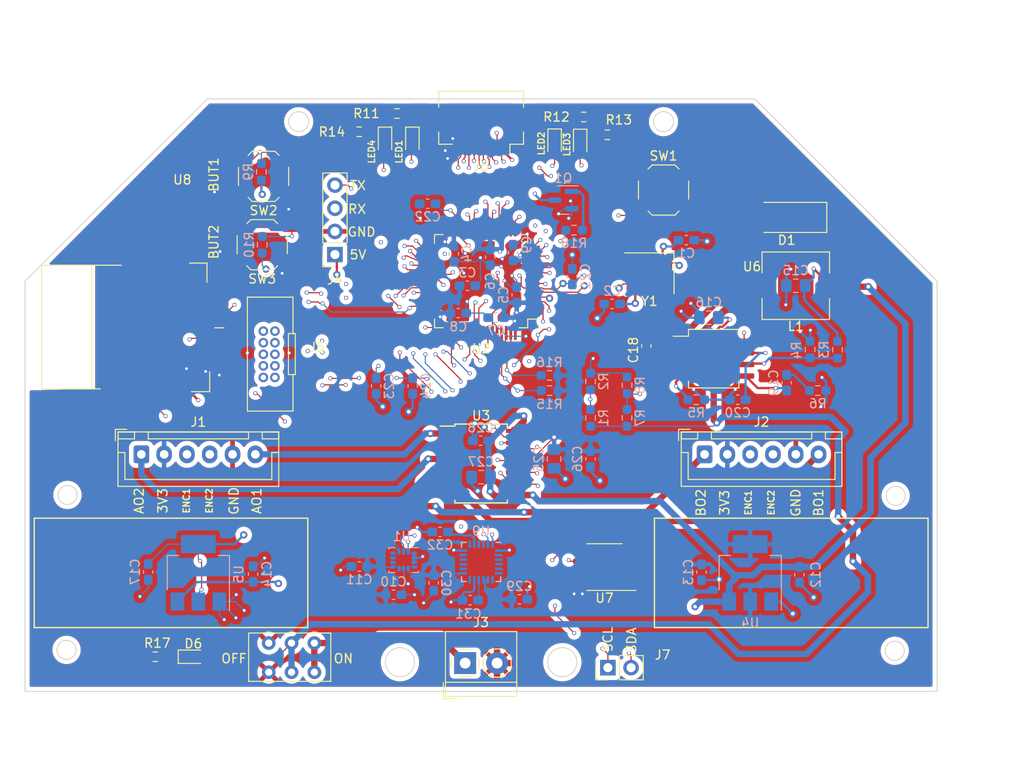
<source format=kicad_pcb>
(kicad_pcb (version 20211014) (generator pcbnew)
  (layers (0 "F.Cu" signal) (1 "In1.Cu" power) (2 "In2.Cu" power) (31 "B.Cu" signal) (34 "B.Paste" user) (35 "F.Paste" user) (36 "B.SilkS" user "B.Silkscreen") (37 "F.SilkS" user "F.Silkscreen") (38 "B.Mask" user) (39 "F.Mask" user) (44 "Edge.Cuts" user))
  (net 0 "")
  (net 1 "Net-(C1-Pad1)")
  (net 2 "GND")
  (net 3 "Net-(C2-Pad1)")
  (net 4 "+3V3")
  (net 5 "V_BUCK")
  (net 6 "+BATT")
  (net 7 "+5V")
  (net 8 "Net-(C18-Pad1)")
  (net 9 "Net-(C18-Pad2)")
  (net 10 "Net-(C19-Pad1)")
  (net 11 "Net-(C19-Pad2)")
  (net 12 "Net-(C20-Pad2)")
  (net 13 "NRST")
  (net 14 "Net-(C22-Pad2)")
  (net 15 "Net-(D2-Pad1)")
  (net 16 "Net-(D3-Pad1)")
  (net 17 "Net-(D4-Pad1)")
  (net 18 "Net-(D5-Pad1)")
  (net 19 "/motor_CONN_DRIVER/AO2")
  (net 20 "ENCA_2")
  (net 21 "ENCA_1")
  (net 22 "/motor_CONN_DRIVER/AO1")
  (net 23 "/motor_CONN_DRIVER/BO2")
  (net 24 "ENCB_1")
  (net 25 "ADC_BATT")
  (net 26 "/PWR_SUPPLY/FB")
  (net 27 "Net-(R5-Pad1)")
  (net 28 "Net-(R7-Pad2)")
  (net 33 "I2C_SCL")
  (net 34 "I2C_SDA")
  (net 36 "Net-(J3-Pad1)")
  (net 37 "PDN")
  (net 38 "ENCB_2")
  (net 39 "ADC_10")
  (net 42 "ADC_1")
  (net 43 "ADC_2")
  (net 44 "ADC_3")
  (net 45 "ADC_4")
  (net 46 "ADC_5")
  (net 47 "ADC_6")
  (net 48 "ADC_7")
  (net 50 "ADC_8")
  (net 51 "ADC_9")
  (net 53 "AIN1")
  (net 54 "/motor_CONN_DRIVER/BO1")
  (net 55 "AIN2")
  (net 56 "BIN1")
  (net 57 "BIN2")
  (net 58 "STBY_TB")
  (net 61 "PWMB")
  (net 62 "PWMA")
  (net 65 "UART1_RX")
  (net 66 "USB_DM")
  (net 67 "USB_DP")
  (net 68 "SWDIO")
  (net 69 "SWCLK")
  (net 70 "BUT2")
  (net 71 "BUT1")
  (net 74 "LED4")
  (net 75 "LED3")
  (net 76 "LED2")
  (net 78 "UART1_TX")
  (net 79 "LED1_PWM")
  (net 81 "Net-(R9-Pad1)")
  (net 82 "Net-(R10-Pad1)")
  (net 83 "Net-(D6-Pad1)")
  (net 84 "WAKEUP")
  (net 86 "Net-(C31-Pad2)")
  (net 87 "Net-(C32-Pad2)")
  (net 102 "Net-(J6-Pad1)")
  (net 103 "Net-(Q1-Pad1)")
  (net 104 "SENSOR_ON")
  (footprint "Button_Switch_SMD:SW_SPST_TL3342" (layer "F.Cu") (at 121.15 83.5 180)
    (fp_text reference "SW2")
    (fp_text value "SW_Push")
  )
  (footprint "Connector_PinHeader_2.54mm:PinHeader_1x02_P2.54mm_Vertical" (layer "F.Cu") (at 158.9 137.4 90)
    (fp_text reference "J7")
    (fp_text value "I2C_DEBUG")
  )
  (footprint "Resistor_SMD:R_0603_1608Metric_Pad0.98x0.95mm_HandSolder" (layer "F.Cu") (at 109.2875 136.2 180)
    (fp_text reference "R17")
    (fp_text value "10k")
  )
  (footprint "LED_SMD:LED_0603_1608Metric_Pad1.05x0.95mm_HandSolder" (layer "F.Cu") (at 153.0604 79.9592 -90)
    (fp_text reference "D3" hide)
    (fp_text value "LED2")
  )
  (footprint "Capacitor_SMD:C_0603_1608Metric_Pad1.08x0.95mm_HandSolder" (layer "F.Cu") (at 163.1188 102.1091 90)
    (fp_text reference "C18")
    (fp_text value "100n")
  )
  (footprint "Resistor_SMD:R_0603_1608Metric_Pad0.98x0.95mm_HandSolder" (layer "F.Cu") (at 131.6398 78.606 180)
    (fp_text reference "R14")
    (fp_text value "3k3")
  )
  (footprint "MY_SWITCH:SS22T20" (layer "F.Cu") (at 126.7164 137.1996)
    (fp_text reference "SW4" hide)
    (fp_text value "SW_SPDT")
  )
  (footprint "TerminalBlock_4Ucon:TerminalBlock_4Ucon_1x02_P3.50mm_Horizontal" (layer "F.Cu") (at 143.25 136.9)
    (fp_text reference "J3")
    (fp_text value "Screw_Terminal_01x02")
  )
  (footprint "LED_SMD:LED_0603_1608Metric_Pad1.05x0.95mm_HandSolder" (layer "F.Cu") (at 155.8604 79.9842 -90)
    (fp_text reference "D4" hide)
    (fp_text value "LED3")
  )
  (footprint "Connector_JST:JST_XH_B6B-XH-A_1x06_P2.50mm_Vertical" (layer "F.Cu") (at 107.75 114)
    (fp_text reference "J1")
    (fp_text value "MOTOR_A_CONN")
  )
  (footprint "LED_SMD:LED_0603_1608Metric_Pad1.05x0.95mm_HandSolder" (layer "F.Cu") (at 137.4648 79.756 -90)
    (fp_text reference "D2" hide)
    (fp_text value "LED1")
  )
  (footprint "Package_QFP:LQFP-64_10x10mm_P0.5mm" (layer "F.Cu") (at 145 95 180)
    (fp_text reference "U2")
    (fp_text value "STM32F446RETx")
  )
  (footprint "LED_SMD:LED_0603_1608Metric_Pad1.05x0.95mm_HandSolder" (layer "F.Cu") (at 134.4648 79.756 -90)
    (fp_text reference "D5" hide)
    (fp_text value "LED4")
  )
  (footprint "MY_IDC_1_27:IDC_10_1_27" (layer "F.Cu") (at 121.125 101.75 180)
    (fp_text reference "J5")
    (fp_text value "SWD")
  )
  (footprint "Connector_PinSocket_2.54mm:PinSocket_1x04_P2.54mm_Vertical" (layer "F.Cu") (at 128.975 92.08 180)
    (fp_text reference "J4")
    (fp_text value "UART")
  )
  (footprint "MY_BLUETOOTH:SO-8-pad" (layer "F.Cu") (at 170.5 103.5)
    (fp_text reference "U6")
    (fp_text value "AOZ1284")
  )
  (footprint "Package_SO:SOIC-8_3.9x4.9mm_P1.27mm" (layer "F.Cu") (at 158.525 126.365 180)
    (fp_text reference "U7")
    (fp_text value "M24C02-WMN")
  )
  (footprint "LED_SMD:LED_0603_1608Metric_Pad1.05x0.95mm_HandSolder" (layer "F.Cu") (at 113.4512 136.2)
    (fp_text reference "D6")
    (fp_text value "LED_Small_Filled")
  )
  (footprint "Connector_JST:JST_XH_B6B-XH-A_1x06_P2.50mm_Vertical" (layer "F.Cu") (at 169.5 114)
    (fp_text reference "J2")
    (fp_text value "MOTOR_B_CONN")
  )
  (footprint "Button_Switch_SMD:SW_SPST_TL3342" (layer "F.Cu") (at 165 85)
    (fp_text reference "SW1")
    (fp_text value "SW_Push")
  )
  (footprint "Resistor_SMD:R_0603_1608Metric_Pad0.98x0.95mm_HandSolder" (layer "F.Cu") (at 156.2604 76.9842)
    (fp_text reference "R12")
    (fp_text value "3k3")
  )
  (footprint "Button_Switch_SMD:SW_SPST_TL3342" (layer "F.Cu") (at 121 91 180)
    (fp_text reference "SW3")
    (fp_text value "SW_Push")
  )
  (footprint "Resistor_SMD:R_0603_1608Metric_Pad0.98x0.95mm_HandSolder" (layer "F.Cu") (at 135.7648 76.606 180)
    (fp_text reference "R11")
    (fp_text value "3k3")
  )
  (footprint "Inductor_SMD:L_7.3x7.3_H4.5" (layer "F.Cu") (at 179.5 95.5 180)
    (fp_text reference "L1")
    (fp_text value "8u2")
  )
  (footprint "Resistor_SMD:R_0603_1608Metric_Pad0.98x0.95mm_HandSolder" (layer "F.Cu") (at 158.8497 78.9432)
    (fp_text reference "R13")
    (fp_text value "3k3")
  )
  (footprint "MY_BLUETOOTH:HM-BT4502_kopia" (layer "F.Cu") (at 100.8075 99.115)
    (fp_text reference "U8")
    (fp_text value "HM-BT4502")
  )
  (footprint "Crystal:Crystal_SMD_3225-4Pin_3.2x2.5mm_HandSoldering" (layer "F.Cu") (at 163.45 94.15 180)
    (fp_text reference "Y1")
    (fp_text value "12Mhz")
  )
  (footprint "Connector_FFC-FPC:Hirose_FH12-12S-0.5SH_1x12-1MP_P0.50mm_Horizontal" (layer "F.Cu") (at 145 78.675 180)
    (fp_text reference "J6")
    (fp_text value "ADC_CONNECTOR")
  )
  (footprint "Diode_SMD:D_SMA_Handsoldering" (layer "F.Cu") (at 178.5 88 180)
    (fp_text reference "D1")
    (fp_text value "SS14")
  )
  (footprint "Package_SO:SSOP-24_5.3x8.2mm_P0.65mm" (layer "F.Cu") (at 145 115)
    (fp_text reference "U3")
    (fp_text value "TB6612FNG")
  )
  (footprint "Capacitor_SMD:C_0603_1608Metric_Pad1.08x0.95mm_HandSolder" (layer "B.Cu") (at 137.5 106.5 90)
    (fp_text reference "C24")
    (fp_text value "1u")
  )
  (footprint "Capacitor_SMD:C_0603_1608Metric_Pad1.08x0.95mm_HandSolder" (layer "B.Cu") (at 167.5 90.5)
    (fp_text reference "C1")
    (fp_text value "10p")
  )
  (footprint "Resistor_SMD:R_0603_1608Metric_Pad0.98x0.95mm_HandSolder" (layer "B.Cu") (at 121 91 -90)
    (fp_text reference "R10")
    (fp_text value "1k")
  )
  (footprint "Capacitor_SMD:C_0603_1608Metric_Pad1.08x0.95mm_HandSolder" (layer "B.Cu") (at 146.6375 99)
    (fp_text reference "C7")
    (fp_text value "100n")
  )
  (footprint "Resistor_SMD:R_0603_1608Metric_Pad0.98x0.95mm_HandSolder" (layer "B.Cu") (at 184.07 102.525 -90)
    (fp_text reference "R3")
    (fp_text value "33k")
  )
  (footprint "Capacitor_SMD:C_0603_1608Metric_Pad1.08x0.95mm_HandSolder" (layer "B.Cu") (at 146 92.3625 90)
    (fp_text reference "C6")
    (fp_text value "100n")
  )
  (footprint "Capacitor_SMD:C_0805_2012Metric_Pad1.18x1.45mm_HandSolder" (layer "B.Cu") (at 153 114.5 -90)
    (fp_text reference "C25")
    (fp_text value "10u")
  )
  (footprint "Capacitor_SMD:C_0603_1608Metric_Pad1.08x0.95mm_HandSolder" (layer "B.Cu") (at 131.6375 126.3)
    (fp_text reference "C11")
    (fp_text value "100n")
  )
  (footprint "Capacitor_SMD:C_0603_1608Metric_Pad1.08x0.95mm_HandSolder" (layer "B.Cu") (at 108.5 126.8875 -90)
    (fp_text reference "C17")
    (fp_text value "10u")
  )
  (footprint "Capacitor_SMD:C_0603_1608Metric_Pad1.08x0.95mm_HandSolder" (layer "B.Cu") (at 135.4 129.4 180)
    (fp_text reference "C10")
    (fp_text value "100n")
  )
  (footprint "Resistor_SMD:R_0603_1608Metric_Pad0.98x0.95mm_HandSolder" (layer "B.Cu") (at 161 110 90)
    (fp_text reference "R7")
    (fp_text value "10k")
  )
  (footprint "Resistor_SMD:R_0603_1608Metric_Pad0.98x0.95mm_HandSolder" (layer "B.Cu") (at 181.9125 107)
    (fp_text reference "R6")
    (fp_text value "47k")
  )
  (footprint "Capacitor_SMD:C_0603_1608Metric_Pad1.08x0.95mm_HandSolder" (layer "B.Cu") (at 139.8 128.1 90)
    (fp_text reference "C30")
    (fp_text value "100n")
  )
  (footprint "Sensor_Motion:InvenSense_QFN-24_4x4mm_P0.5mm" (layer "B.Cu") (at 145 125.8 180)
    (fp_text reference "U9")
    (fp_text value "MPU-6050")
  )
  (footprint "Resistor_SMD:R_0603_1608Metric_Pad0.98x0.95mm_HandSolder" (layer "B.Cu") (at 168.5875 108)
    (fp_text reference "R5")
    (fp_text value "47k")
  )
  (footprint "Capacitor_SMD:C_0603_1608Metric_Pad1.08x0.95mm_HandSolder" (layer "B.Cu") (at 179.9 127.2 -90)
    (fp_text reference "C12")
    (fp_text value "10u")
  )
  (footprint "Capacitor_SMD:C_0603_1608Metric_Pad1.08x0.95mm_HandSolder" (layer "B.Cu") (at 144.95 112.5 180)
    (fp_text reference "C28")
    (fp_text value "100n")
  )
  (footprint "Capacitor_SMD:C_0603_1608Metric_Pad1.08x0.95mm_HandSolder" (layer "B.Cu") (at 143.8 130)
    (fp_text reference "C31")
    (fp_text value "100n")
  )
  (footprint "Resistor_SMD:R_0603_1608Metric_Pad0.98x0.95mm_HandSolder" (layer "B.Cu") (at 161 106.4125 90)
    (fp_text reference "R8")
    (fp_text value "10k")
  )
  (footprint "Capacitor_SMD:C_0603_1608Metric_Pad1.08x0.95mm_HandSolder" (layer "B.Cu") (at 133.5 106.5 90)
    (fp_text reference "C23")
    (fp_text value "1u")
  )
  (footprint "Capacitor_SMD:C_0603_1608Metric_Pad1.08x0.95mm_HandSolder" (layer "B.Cu") (at 139.1375 86.5)
    (fp_text reference "C22")
    (fp_text value "4u7")
  )
  (footprint "Capacitor_SMD:C_0603_1608Metric_Pad1.08x0.95mm_HandSolder" (layer "B.Cu") (at 159.3625 97.5 180)
    (fp_text reference "C2")
    (fp_text value "10p")
  )
  (footprint "Capacitor_SMD:C_0805_2012Metric_Pad1.18x1.45mm_HandSolder" (layer "B.Cu") (at 169.9625 99 180)
    (fp_text reference "C16")
    (fp_text value "22u")
  )
  (footprint "Resistor_SMD:R_0603_1608Metric_Pad0.98x0.95mm_HandSolder" (layer "B.Cu") (at 155.1875 89.4)
    (fp_text reference "R18")
    (fp_text value "3k3")
  )
  (footprint "Capacitor_SMD:C_0603_1608Metric_Pad1.08x0.95mm_HandSolder" (layer "B.Cu") (at 148.5 91.8625 -90)
    (fp_text reference "C9")
    (fp_text value "10n")
  )
  (footprint "Capacitor_SMD:C_0603_1608Metric_Pad1.08x0.95mm_HandSolder" (layer "B.Cu") (at 157 114.5 -90)
    (fp_text reference "C26")
    (fp_text value "100n")
  )
  (footprint "Package_TO_SOT_SMD:SOT-223-3_TabPin2" (layer "B.Cu") (at 174.5 127 90)
    (fp_text reference "U4")
    (fp_text value "AMS1117-3.3")
  )
  (footprint "Resistor_SMD:R_0603_1608Metric_Pad0.98x0.95mm_HandSolder" (layer "B.Cu") (at 120.9125 83 -90)
    (fp_text reference "R9")
    (fp_text value "1k")
  )
  (footprint "Capacitor_SMD:C_0603_1608Metric_Pad1.08x0.95mm_HandSolder" (layer "B.Cu") (at 140.5 122.5)
    (fp_text reference "C32")
    (fp_text value "2n2")
  )
  (footprint "Package_LGA:LGA-14_3x2.5mm_P0.5mm_LayoutBorder3x4y" (layer "B.Cu") (at 136.5 125.6 180)
    (fp_text reference "U1")
    (fp_text value "LSM6DS3")
  )
  (footprint "Capacitor_SMD:C_0603_1608Metric_Pad1.08x0.95mm_HandSolder" (layer "B.Cu") (at 149.2 129.9 180)
    (fp_text reference "C29")
    (fp_text value "10n")
  )
  (footprint "Capacitor_SMD:C_0805_2012Metric_Pad1.18x1.45mm_HandSolder" (layer "B.Cu") (at 179.5 95.5 180)
    (fp_text reference "C15")
    (fp_text value "22u")
  )
  (footprint "Capacitor_SMD:C_0603_1608Metric_Pad1.08x0.95mm_HandSolder" (layer "B.Cu") (at 142.5 98.5 180)
    (fp_text reference "C8")
    (fp_text value "100n")
  )
  (footprint "Capacitor_SMD:C_0603_1608Metric_Pad1.08x0.95mm_HandSolder" (layer "B.Cu") (at 142 92 90)
    (fp_text reference "C4")
    (fp_text value "100n")
  )
  (footprint "Capacitor_SMD:C_0603_1608Metric_Pad1.08x0.95mm_HandSolder" (layer "B.Cu") (at 155 94.5 90)
    (fp_text reference "C21")
    (fp_text value "100n")
  )
  (footprint "Capacitor_SMD:C_0603_1608Metric_Pad1.08x0.95mm_HandSolder" (layer "B.Cu") (at 169.16 126.925 -90)
    (fp_text reference "C13")
    (fp_text value "10u")
  )
  (footprint "Capacitor_SMD:C_0603_1608Metric_Pad1.08x0.95mm_HandSolder" (layer "B.Cu") (at 173.1375 108)
    (fp_text reference "C20")
    (fp_text value "10n")
  )
  (footprint "Package_TO_SOT_SMD:SOT-223-3_TabPin2" (layer "B.Cu") (at 114 127 90)
    (fp_text reference "U5")
    (fp_text value "AMS1117-5.0")
  )
  (footprint "Package_TO_SOT_SMD:SOT-23" (layer "B.Cu") (at 154 86.1 180)
    (fp_text reference "Q1")
    (fp_text value "IRLML2060")
  )
  (footprint "Capacitor_SMD:C_0603_1608Metric_Pad1.08x0.95mm_HandSolder" (layer "B.Cu") (at 148.9 96.5 -90)
    (fp_text reference "C5")
    (fp_text value "100n")
  )
  (footprint "Capacitor_SMD:C_0805_2012Metric_Pad1.18x1.45mm_HandSolder" (layer "B.Cu") (at 145 116.5 180)
    (fp_text reference "C27")
    (fp_text value "10u")
  )
  (footprint "Resistor_SMD:R_0603_1608Metric_Pad0.98x0.95mm_HandSolder" (layer "B.Cu") (at 152.5 105.34 180)
    (fp_text reference "R16")
    (fp_text value "3k3")
  )
  (footprint "Resistor_SMD:R_0603_1608Metric_Pad0.98x0.95mm_HandSolder" (layer "B.Cu") (at 157 106 90)
    (fp_text reference "R2")
    (fp_text value "10k")
  )
  (footprint "Capacitor_SMD:C_0603_1608Metric_Pad1.08x0.95mm_HandSolder" (layer "B.Cu") (at 143.5 95.5 180)
    (fp_text reference "C3")
    (fp_text value "1u")
  )
  (footprint "Resistor_SMD:R_0603_1608Metric_Pad0.98x0.95mm_HandSolder" (layer "B.Cu") (at 152.5 107 180)
    (fp_text reference "R15")
    (fp_text value "3k3")
  )
  (footprint "Resistor_SMD:R_0603_1608Metric_Pad0.98x0.95mm_HandSolder" (layer "B.Cu") (at 157 110 90)
    (fp_text reference "R1")
    (fp_text value "21k")
  )
  (footprint "Resistor_SMD:R_0603_1608Metric_Pad0.98x0.95mm_HandSolder" (layer "B.Cu") (at 181.07 102.5 90)
    (fp_text reference "R4")
    (fp_text value "4k7")
  )
  (footprint "Capacitor_SMD:C_0603_1608Metric_Pad1.08x0.95mm_HandSolder" (layer "B.Cu") (at 120 127.1375 90)
    (fp_text reference "C14")
    (fp_text value "10u")
  )
  (footprint "Capacitor_SMD:C_0603_1608Metric_Pad1.08x0.95mm_HandSolder" (layer "B.Cu") (at 178.5 106.146267 -90)
    (fp_text reference "C19")
    (fp_text value "2n2")
  )
  (gr_line (start 164 133) (end 194 133) (layer "F.SilkS") (width 0.15))
  (gr_line (start 164 133) (end 164 121) (layer "F.SilkS") (width 0.15))
  (gr_line (start 194 121) (end 194 133) (layer "F.SilkS") (width 0.15))
  (gr_line (start 126 121) (end 96 121) (layer "F.SilkS") (width 0.15))
  (gr_line (start 194 121) (end 164 121) (layer "F.SilkS") (width 0.15))
  (gr_line (start 126 121) (end 126 133) (layer "F.SilkS") (width 0.15))
  (gr_line (start 96 133) (end 96 121) (layer "F.SilkS") (width 0.15))
  (gr_line (start 96 133) (end 126 133) (layer "F.SilkS") (width 0.15))
  (gr_line (start 195 95) (end 175 75) (layer "Edge.Cuts") (width 0.1))
  (gr_circle (center 190.45 118.55) (end 190.45 117.5) (layer "Edge.Cuts") (width 0.1) (fill none))
  (gr_circle (center 99.65 118.45) (end 99.65 119.5) (layer "Edge.Cuts") (width 0.1) (fill none))
  (gr_circle (center 136.1 136.8) (end 136.1 135.2) (layer "Edge.Cuts") (width 0.1) (fill none))
  (gr_circle (center 125 77.5) (end 125 76.4) (layer "Edge.Cuts") (width 0.1) (fill none))
  (gr_line (start 95 95) (end 95 140) (layer "Edge.Cuts") (width 0.1))
  (gr_line (start 115 75) (end 95 95) (layer "Edge.Cuts") (width 0.1))
  (gr_line (start 195 140) (end 195 95) (layer "Edge.Cuts") (width 0.1))
  (gr_line (start 175 75) (end 125 75) (layer "Edge.Cuts") (width 0.1))
  (gr_circle (center 153.9 136.8) (end 153.9 135.2) (layer "Edge.Cuts") (width 0.1) (fill none))
  (gr_circle (center 190.35 135.55) (end 190.35 134.5) (layer "Edge.Cuts") (width 0.1) (fill none))
  (gr_circle (center 99.55 135.45) (end 99.55 136.5) (layer "Edge.Cuts") (width 0.1) (fill none))
  (gr_line (start 125 75) (end 115 75) (layer "Edge.Cuts") (width 0.1))
  (gr_circle (center 165 77.5) (end 165 76.4) (layer "Edge.Cuts") (width 0.1) (fill none))
  (gr_line (start 95 140) (end 195 140) (layer "Edge.Cuts") (width 0.1))
  (gr_text "LED1" (at 136 80.8 90) (layer "F.SilkS") (effects (font (size 0.7 0.7))))
  (gr_text "GND" (at 117.9 119.1 90) (layer "F.SilkS") (effects (font (size 1 1))))
  (gr_text "BUT1" (at 115.7 83.3 90) (layer "F.SilkS") (effects (font (size 1 1))))
  (gr_text "3V3" (at 171.7 119.3 90) (layer "F.SilkS") (effects (font (size 1 1))))
  (gr_text "BUT2" (at 115.7 90.7 90) (layer "F.SilkS") (effects (font (size 1 1))))
  (gr_text "BO1" (at 182 119.3 90) (layer "F.SilkS") (effects (font (size 1 1))))
  (gr_text "ON" (at 129.9 136.4) (layer "F.SilkS") (effects (font (size 1 1))))
  (gr_text "BO2" (at 169.1 119.3 90) (layer "F.SilkS") (effects (font (size 1 1))))
  (gr_text "SDA" (at 161.5 134.4 90) (layer "F.SilkS") (effects (font (size 1 1))))
  (gr_text "ENC1" (at 112.7 119.1 90) (layer "F.SilkS") (effects (font (size 0.7 0.7))))
  (gr_text "SCL" (at 158.9 134.3 90) (layer "F.SilkS") (effects (font (size 1 1))))
  (gr_text "ENC2" (at 176.8 119.3 90) (layer "F.SilkS") (effects (font (size 0.7 0.7))))
  (gr_text "ENC2" (at 115.2 119.1 90) (layer "F.SilkS") (effects (font (size 0.7 0.7))))
  (gr_text "AO2" (at 107.5 119.1 90) (layer "F.SilkS") (effects (font (size 1 1))))
  (gr_text "OFF" (at 117.9 136.4) (layer "F.SilkS") (effects (font (size 1 1))))
  (gr_text "5V" (at 131.5 92.1) (layer "F.SilkS") (effects (font (size 1 1))))
  (gr_text "GND" (at 131.9 89.6) (layer "F.SilkS") (effects (font (size 1 1))))
  (gr_text "AO1" (at 120.4 119.1 90) (layer "F.SilkS") (effects (font (size 1 1))))
  (gr_text "LED3" (at 154.4 80 90) (layer "F.SilkS") (effects (font (size 0.7 0.7))))
  (gr_text "LED2" (at 151.6 79.9 90) (layer "F.SilkS") (effects (font (size 0.7 0.7))))
  (gr_text "RX" (at 131.4 87.1) (layer "F.SilkS") (effects (font (size 1 1))))
  (gr_text "ENC1" (at 174.3 119.3 90) (layer "F.SilkS") (effects (font (size 0.7 0.7))))
  (gr_text "GND" (at 179.5 119.3 90) (layer "F.SilkS") (effects (font (size 1 1))))
  (gr_text "LED4" (at 133 80.8 90) (layer "F.SilkS") (effects (font (size 0.7 0.7))))
  (gr_text "TX" (at 131.5 84.5) (layer "F.SilkS") (effects (font (size 1 1))))
  (gr_text "3V3" (at 110.1 119.1 90) (layer "F.SilkS") (effects (font (size 1 1))))
  (segment (start 166.7256 93.2688) (end 166.4568 93) (width 0.127) (layer "F.Cu") (net 1))
  (segment (start 155.6035 96.2121) (end 156.3116 95.504) (width 0.127) (layer "F.Cu") (net 1))
  (segment (start 166.4568 93) (end 164.9 93) (width 0.127) (layer "F.Cu") (net 1))
  (segment (start 164.9 91.2844) (end 164.9984 91.186) (width 0.254) (layer "F.Cu") (net 1))
  (segment (start 150.675 96.25) (end 150.7129 96.2121) (width 0.127) (layer "F.Cu") (net 1))
  (segment (start 150.7129 96.2121) (end 155.6035 96.2121) (width 0.127) (layer "F.Cu") (net 1))
  (segment (start 164.9 93) (end 164.9 91.2844) (width 0.254) (layer "F.Cu") (net 1))
  (via (at 156.3116 95.504) (size 0.8) (drill 0.4) (layers "F.Cu" "B.Cu") (net 1))
  (via (at 164.9984 91.186) (size 0.8) (drill 0.4) (layers "F.Cu" "B.Cu") (net 1))
  (via (at 166.7256 93.2688) (size 0.8) (drill 0.4) (layers "F.Cu" "B.Cu") (net 1))
  (segment (start 165.9515 91.186) (end 166.6375 90.5) (width 0.254) (layer "B.Cu") (net 1))
  (segment (start 164.9984 91.186) (end 165.9515 91.186) (width 0.254) (layer "B.Cu") (net 1))
  (segment (start 139.791 113.375) (end 139.4968 113.0808) (width 0.254) (layer "F.Cu") (net 2))
  (segment (start 138.15 98.25) (end 137.6 98.8) (width 0.127) (layer "F.Cu") (net 2))
  (segment (start 151.428711 93.25) (end 151.590211 93.0885) (width 0.127) (layer "F.Cu") (net 2))
  (segment (start 150.675 93.25) (end 151.428711 93.25) (width 0.127) (layer "F.Cu") (net 2))
  (segment (start 146.75 135.15) (end 146.9 135) (width 0.7) (layer "F.Cu") (net 2))
  (segment (start 148.25 100.675) (end 148.25 101.9712) (width 0.127) (layer "F.Cu") (net 2))
  (segment (start 146.75 138.75) (end 147.1 139.1) (width 0.7) (layer "F.Cu") (net 2))
  (segment (start 148.6 136.9) (end 148.8 136.7) (width 0.7) (layer "F.Cu") (net 2))
  (segment (start 139.8526 112.725) (end 139.4968 113.0808) (width 0.254) (layer "F.Cu") (net 2))
  (segment (start 148.25 87.8684) (end 148.2852 87.8332) (width 0.127) (layer "F.Cu") (net 2))
  (segment (start 141.4 116.625) (end 143.725 116.625) (width 0.254) (layer "F.Cu") (net 2))
  (segment (start 141.4 112.725) (end 139.8526 112.725) (width 0.254) (layer "F.Cu") (net 2))
  (segment (start 141.4 117.275) (end 141.4 116.625) (width 0.254) (layer "F.Cu") (net 2))
  (segment (start 141.75 88.55) (end 140.9 87.7) (width 0.127) (layer "F.Cu") (net 2))
  (segment (start 151.590211 93.0885) (end 151.678711 93) (width 0.127) (layer "F.Cu") (net 2))
  (segment (start 143.725 116.625) (end 143.764 116.586) (width 0.254) (layer "F.Cu") (net 2))
  (segment (start 152.4 93) (end 152.6 93.2) (width 0.127) (layer "F.Cu") (net 2))
  (segment (start 152.3 93) (end 152.4 93) (width 0.127) (layer "F.Cu") (net 2))
  (segment (start 151.8 93.5) (end 152.6 93.5) (width 0.127) (layer "F.Cu") (net 2))
  (segment (start 146.75 136.9) (end 146.75 135.15) (width 0.7) (layer "F.Cu") (net 2))
  (segment (start 148.6 115.325) (end 150.4606 115.325) (width 0.254) (layer "F.Cu") (net 2))
  (segment (start 152.6 93.5) (end 153.1 93) (width 0.127) (layer "F.Cu") (net 2))
  (segment (start 150.675 93.25) (end 151.55 93.25) (width 0.127) (layer "F.Cu") (net 2))
  (segment (start 141.4 113.375) (end 139.791 113.375) (width 0.254) (layer "F.Cu") (net 2))
  (segment (start 150.4606 115.325) (end 150.622 115.1636) (width 0.254) (layer "F.Cu") (net 2))
  (segment (start 139.325 98.25) (end 138.15 98.25) (width 0.127) (layer "F.Cu") (net 2))
  (segment (start 148.25 89.325) (end 148.25 87.8684) (width 0.127) (layer "F.Cu") (net 2))
  (segment (start 151.55 93.25) (end 151.8 93.5) (width 0.127) (layer "F.Cu") (net 2))
  (segment (start 146.75 102.6272) (end 146.3548 103.0224) (width 0.127) (layer "F.Cu") (net 2))
  (segment (start 141.4 112.725) (end 141.4 113.375) (width 0.254) (layer "F.Cu") (net 2))
  (segment (start 148.9456 102.6668) (end 149.352 103.0732) (width 0.127) (layer "F.Cu") (net 2))
  (segment (start 146.75 136.9) (end 146.75 138.75) (width 0.7) (layer "F.Cu") (net 2))
  (segment (start 148.25 101.9712) (end 148.9456 102.6668) (width 0.127) (layer "F.Cu") (net 2))
  (segment (start 151.678711 93) (end 152.3 93) (width 0.127) (layer "F.Cu") (net 2))
  (segment (start 141.75 89.325) (end 141.75 88.55) (width 0.127) (layer "F.Cu") (net 2))
  (segment (start 149.352 103.0732) (end 151.8412 103.0732) (width 0.127) (layer "F.Cu") (net 2))
  (segment (start 146.75 100.675) (end 146.75 102.6272) (width 0.127) (layer "F.Cu") (net 2))
  (segment (start 146.75 136.9) (end 148.6 136.9) (width 0.7) (layer "F.Cu") (net 2))
  (segment (start 150.675 93.25) (end 152.1272 93.25) (width 0.127) (layer "F.Cu") (net 2))
  (via (at 149.9108 101.0412) (size 0.45) (drill 0.3) (layers "F.Cu" "B.Cu") (net 2))
  (via (at 148.3868 94.3864) (size 0.45) (drill 0.3) (layers "F.Cu" "B.Cu") (net 2))
  (via (at 143.109141 94.120249) (size 0.45) (drill 0.3) (layers "F.Cu" "B.Cu") (net 2))
  (via (at 154.9908 92.1004) (size 0.8) (drill 0.4) (layers "F.Cu" "B.Cu") (net 2))
  (via (at 137 128.2) (size 0.45) (drill 0.3) (layers "F.Cu" "B.Cu") (net 2))
  (via (at 150.3 128.5) (size 0.45) (drill 0.3) (layers "F.Cu" "B.Cu") (net 2))
  (via (at 143.256 91.948) (size 0.45) (drill 0.3) (layers "F.Cu" "B.Cu") (net 2))
  (via (at 119.38 102.87) (size 0.45) (drill 0.3) (layers "F.Cu" "B.Cu") (net 2))
  (via (at 147.574 94.9452) (size 0.45) (drill 0.3) (layers "F.Cu" "B.Cu") (net 2))
  (via (at 154.6 88.1) (size 0.45) (drill 0.3) (layers "F.Cu" "B.Cu") (net 2))
  (via (at 153.5 87.6) (size 0.45) (drill 0.3) (layers "F.Cu" "B.Cu") (net 2))
  (via (at 129.6 126.7) (size 0.45) (drill 0.3) (layers "F.Cu" "B.Cu") (net 2))
  (via (at 158.0388 116.8908) (size 0.8) (drill 0.4) (layers "F.Cu" "B.Cu") (net 2))
  (via (at 137.0584 109.3216) (size 0.8) (drill 0.4) (layers "F.Cu" "B.Cu") (net 2))
  (via (at 169.7736 90.6272) (size 0.8) (drill 0.4) (layers "F.Cu" "B.Cu") (net 2))
  (via (at 157.2768 103.4796) (size 0.45) (drill 0.3) (layers "F.Cu" "B.Cu") (net 2))
  (via (at 144.6276 118.0084) (size 0.8) (drill 0.4) (layers "F.Cu" "B.Cu") (net 2))
  (via (at 138 122) (size 0.45) (drill 0.3) (layers "F.Cu" "B.Cu") (net 2))
  (via (at 172.8724 106.8832) (size 0.45) (drill 0.3) (layers "F.Cu" "B.Cu") (net 2))
  (via (at 138.3284 88.0872) (size 0.45) (drill 0.3) (layers "F.Cu" "B.Cu") (net 2))
  (via (at 144.3228 110.5942) (size 0.8) (drill 0.4) (layers "F.Cu" "B.Cu") (net 2))
  (via (at 121.2596 125.3744) (size 0.45) (drill 0.3) (layers "F.Cu" "B.Cu") (net 2))
  (via (at 150.0632 89.8144) (size 0.45) (drill 0.3) (layers "F.Cu" "B.Cu") (net 2))
  (via (at 171.0944 127.7112) (size 0.8) (drill 0.4) (layers "F.Cu" "B.Cu") (net 2))
  (via (at 166.9288 98.298) (size 0.45) (drill 0.3) (layers "F.Cu" "B.Cu") (net 2))
  (via (at 157.734 99.06) (size 0.8) (drill 0.4) (layers "F.Cu" "B.Cu") (net 2))
  (via (at 107.5944 129.5908) (size 0.45) (drill 0.3) (layers "F.Cu" "B.Cu") (net 2))
  (via (at 118.1608 129.3876) (size 0.45) (drill 0.3) (layers "F.Cu" "B.Cu") (net 2))
  (via (at 118.11 131.9276) (size 0.45) (drill 0.3) (layers "F.Cu" "B.Cu") (net 2))
  (via (at 179.9844 100.5332) (size 0.45) (drill 0.3) (layers "F.Cu" "B.Cu") (net 2))
  (via (at 147.2184 93.3704) (size 0.45) (drill 0.3) (layers "F.Cu" "B.Cu") (net 2))
  (via (at 123.952 102.87) (size 0.45) (drill 0.3) (layers "F.Cu" "B.Cu") (net 2))
  (via (at 119.0244 131.1148) (size 0.45) (drill 0.3) (layers "F.Cu" "B.Cu") (net 2))
  (via (at 138.6 125.2) (size 0.45) (drill 0.3) (layers "F.Cu" "B.Cu") (net 2))
  (via (at 178.4096 97.5868) (size 0.45) (drill 0.3) (layers "F.Cu" "B.Cu") (net 2))
  (via (at 145.3388 110.998) (size 0.8) (drill 0.4) (layers "F.Cu" "B.Cu") (net 2))
  (via (at 116.84 132.1308) (size 0.45) (drill 0.3) (layers "F.Cu" "B.Cu") (net 2))
  (via (at 147.32 92.5576) (size 0.45) (drill 0.3) (layers "F.Cu" "B.Cu") (net 2))
  (via (at 142 124.5) (size 0.45) (drill 0.3) (layers "F.Cu" "B.Cu") (net 2))
  (via (at 181.4576 129.6924) (size 0.8) (drill 0.4) (layers "F.Cu" "B.Cu") (net 2))
  (via (at 141.7 130.2) (size 0.45) (drill 0.3) (layers "F.Cu" "B.Cu") (net 2))
  (via (at 168.3004 106.8832) (size 0.45) (drill 0.3) (layers "F.Cu" "B.Cu") (net 2))
  (via (at 138.7 130.3) (size 0.45) (drill 0.3) (layers "F.Cu" "B.Cu") (net 2))
  (via (at 179.1716 131.4704) (size 0.8) (drill 0.4) (layers "F.Cu" "B.Cu") (net 2))
  (via (at 143.4592 97.2312) (size 0.45) (drill 0.3) (layers "F.Cu" "B.Cu") (net 2))
  (via (at 178.9684 93.6752) (size 0.45) (drill 0.3) (layers "F.Cu" "B.Cu") (net 2))
  (via (at 182.2704 108.7628) (size 0.45) (drill 0.3) (layers "F.Cu" "B.Cu") (net 2))
  (via (at 181.102 100.3808) (size 0.45) (drill 0.3) (layers "F.Cu" "B.Cu") (net 2))
  (via (at 137.7 129.4) (size 0.45) (drill 0.3) (layers "F.Cu" "B.Cu") (net 2))
  (via (at 134.2136 108.7628) (size 0.8) (drill 0.4) (layers "F.Cu" "B.Cu") (net 2))
  (via (at 144.923566 92.416686) (size 0.45) (drill 0.3) (layers "F.Cu" "B.Cu") (net 2))
  (via (at 167.9956 97.4344) (size 0.45) (drill 0.3) (layers "F.Cu" "B.Cu") (net 2))
  (via (at 148.1 124.5) (size 0.45) (drill 0.3) (layers "F.Cu" "B.Cu") (net 2))
  (via (at 154.2288 116.6876) (size 0.8) (drill 0.4) (layers "F.Cu" "B.Cu") (net 2))
  (via (at 182.372 105.5624) (size 0.45) (drill 0.3) (layers "F.Cu" "B.Cu") (net 2))
  (via (at 154.8 86.2) (size 0.45) (drill 0.3) (layers "F.Cu" "B.Cu") (net 2))
  (segment (start 182.825 106.0154) (end 182.372 105.5624) (width 0.254) (layer "B.Cu") (net 2))
  (segment (start 144.923566 94.938934) (end 144.923566 92.416686) (width 0.127) (layer "B.Cu") (net 2))
  (segment (start 136.6385 127.8385) (end 137 128.2) (width 0.127) (layer "B.Cu") (net 2))
  (segment (start 181.07 101.5875) (end 181.0387 101.5875) (width 0.254) (layer "B.Cu") (net 2))
  (segment (start 136.5615 126.5615) (end 136.5615 127.8385) (width 0.127) (layer "B.Cu") (net 2))
  (segment (start 137.6625 125.35) (end 138.45 125.35) (width 0.254) (layer "B.Cu") (net 2))
  (segment (start 138.275 86.5) (end 138.275 88.0338) (width 0.127) (layer "B.Cu") (net 2))
  (segment (start 150.0625 128.7375) (end 150.3 128.5) (width 0.254) (layer "B.Cu") (net 2))
  (segment (start 178.4625 94.1811) (end 178.9684 93.6752) (width 0.254) (layer "B.Cu") (net 2))
  (segment (start 168.925 99) (end 167.6308 99) (width 0.254) (layer "B.Cu") (net 2))
  (segment (start 143.3625 98.5) (end 143.3625 97.3279) (width 0.127) (layer "B.Cu") (net 2))
  (segment (start 145.775 99) (end 147.8162 101.0412) (width 0.127) (layer "B.Cu") (net 2))
  (segment (start 142.9375 130) (end 141.9 130) (width 0.25) (layer "B.Cu") (net 2))
  (segment (start 138.275 88.0338) (end 138.3284 88.0872) (width 0.127) (layer "B.Cu") (net 2))
  (segment (start 177.8512 130.15) (end 179.1716 131.4704) (width 0.25) (layer "B.Cu") (net 2))
  (segment (start 169.5 108) (end 172.275 108) (width 0.254) (layer "B.Cu") (net 2))
  (segment (start 136.5615 129.101) (end 136.2625 129.4) (width 0.127) (layer "B.Cu") (net 2))
  (segment (start 142 92.8625) (end 144.477752 92.8625) (width 0.127) (layer "B.Cu") (net 2))
  (segment (start 144.0875 112.5) (end 144.0875 112.2493) (width 0.254) (layer "B.Cu") (net 2))
  (segment (start 167.6308 99) (end 166.9288 98.298) (width 0.254) (layer "B.Cu") (net 2))
  (segment (start 182.825 108.2082) (end 182.2704 108.7628) (width 0.254) (layer "B.Cu") (net 2))
  (segment (start 172.275 107.4806) (end 172.8724 106.8832) (width 0.254) (layer "B.Cu") (net 2))
  (segment (start 139.6375 122.5) (end 138.5 122.5) (width 0.254) (layer "B.Cu") (net 2))
  (segment (start 118.0596 130.15) (end 119.0244 131.1148) (width 0.127) (layer "B.Cu") (net 2))
  (segment (start 137.6625 125.35) (end 137.6625 125.848) (width 0.254) (layer "B.Cu") (net 2))
  (segment (start 142.05 124.55) (end 142 124.5) (width 0.25) (layer "B.Cu") (net 2))
  (segment (start 154.9375 87.7625) (end 154.6 88.1) (width 0.127) (layer "B.Cu") (net 2))
  (segment (start 136.5125 126.5125) (end 136.5615 126.5615) (width 0.127) (layer "B.Cu") (net 2))
  (segment (start 181.07 100.4128) (end 181.102 100.3808) (width 0.254) (layer "B.Cu") (net 2))
  (segment (start 142 93.011108) (end 143.109141 94.120249) (width 0.127) (layer "B.Cu") (net 2))
  (segment (start 138.45 125.35) (end 138.6 125.2) (width 0.254) (layer "B.Cu") (net 2))
  (segment (start 136.2625 129.4) (end 137.7 129.4) (width 0.127) (layer "B.Cu") (net 2))
  (segment (start 154.05 87.05) (end 153.5 87.6) (width 0.127) (layer "B.Cu") (net 2))
  (segment (start 145.275 98.5) (end 145.775 99) (width 0.127) (layer "B.Cu") (net 2))
  (segment (start 141.9 130) (end 141.7 130.2) (width 0.25) (layer "B.Cu") (net 2))
  (segment (start 144.25 128.85) (end 144 129.1) (width 0.25) (layer "B.Cu") (net 2))
  (segment (start 181.07 101.5875) (end 181.07 100.4128) (width 0.254) (layer "B.Cu") (net 2))
  (segment (start 144 129.1) (end 143.2 129.1) (width 0.25) (layer "B.Cu") (net 2))
  (segment (start 117.3984 130.15) (end 118.1608 129.3876) (width 0.127) (layer "B.Cu") (net 2))
  (segment (start 136.5615 127.8385) (end 136.5615 129.101) (width 0.127) (layer "B.Cu") (net 2))
  (segment (start 153.0787 115.5375) (end 154.2288 116.6876) (width 0.254) (layer "B.Cu") (net 2))
  (segment (start 143.05 124.55) (end 142.05 124.55) (width 0.25) (layer "B.Cu") (net 2))
  (segment (start 158.5 98.294) (end 157.734 99.06) (width 0.254) (layer "B.Cu") (net 2))
  (segment (start 172.275 108) (end 172.275 107.4806) (width 0.254) (layer "B.Cu") (net 2))
  (segment (start 120 126.275) (end 120.359 126.275) (width 0.127) (layer "B.Cu") (net 2))
  (segment (start 154.9375 86.3375) (end 154.8 86.2) (width 0.127) (layer "B.Cu") (net 2))
  (segment (start 144.3625 95.5) (end 144.923566 94.938934) (width 0.127) (layer "B.Cu") (net 2))
  (segment (start 116.3 130.15) (end 118.0596 130.15) (width 0.127) (layer "B.Cu") (net 2))
  (segment (start 148.5 91) (end 148.8776 91) (width 0.127) (layer "B.Cu") (net 2))
  (segment (start 142 92.8625) (end 142 93.011108) (width 0.127) (layer "B.Cu") (net 2))
  (segment (start 157 103.7564) (end 157.2768 103.4796) (width 0.127) (layer "B.Cu") (net 2))
  (segment (start 147.073 93.225) (end 147.2184 93.3704) (width 0.127) (layer "B.Cu") (net 2))
  (segment (start 144.0875 110.8295) (end 144.3228 110.5942) (width 0.254) (layer "B.Cu") (net 2))
  (segment (start 137.6625 125.35) (end 137.6625 124.85) (width 0.254) (layer "B.Cu") (net 2))
  (segment (start 145.73188 93.225) (end 144.923566 92.416686) (width 0.127) (layer "B.Cu") (net 2))
  (segment (start 133.5 107.3625) (end 133.5 108.0492) (width 0.254) (layer "B.Cu") (net 2))
  (segment (start 146 93.225) (end 145.73188 93.225) (width 0.127) (layer "B.Cu") (net 2))
  (segment (start 146 93.225) (end 147.073 93.225) (width 0.127) (layer "B.Cu") (net 2))
  (segment (start 178.4625 95.5) (end 178.4625 94.1811) (width 0.254) (layer "B.Cu") (net 2))
  (segment (start 139.8 129.2) (end 138.7 130.3) (width 0.127) (layer "B.Cu") (net 2))
  (segment (start 108.5 128.6852) (end 107.5944 129.5908) (width 0.127) (layer "B.Cu") (net 2))
  (segment (start 150.0625 129.9) (end 150.0625 128.7375) (width 0.254) (layer "B.Cu") (net 2))
  (segment (start 176.8 130.15) (end 177.8512 130.15) (width 0.25) (layer "B.Cu") (net 2))
  (segment (start 130.775 126.3) (end 130 126.3) (width 0.127) (layer "B.Cu") (net 2))
  (segment (start 148.5 91.3776) (end 147.32 92.5576) (width 0.127) (layer "B.Cu") (net 2))
  (segment (start 143.2 129.1) (end 142.9375 129.3625) (width 0.25) (layer "B.Cu") (net 2))
  (segment (start 154.9375 87.05) (end 154.9375 87.7625) (width 0.127) (layer "B.Cu") (net 2))
  (segment (start 144.0875 112.5) (end 144.0875 110.8295) (width 0.254) (layer "B.Cu") (net 2))
  (segment (start 138.5 122.5) (end 138 122) (width 0.254) (layer "B.Cu") (net 2))
  (segment (start 171.0181 127.7875) (end 171.0944 127.7112) (width 0.25) (layer "B.Cu") (net 2))
  (segment (start 147.8162 101.0412) (end 149.9108 101.0412) (width 0.127) (layer "B.Cu") (net 2))
  (segment (start 160.5875 105.0875) (end 161 105.5) (width 0.127) (layer "B.Cu") (net 2))
  (segment (start 178.4625 95.5) (end 178.4625 97.5339) (width 0.254) (layer "B.Cu") (net 2))
  (segment (start 130 126.3) (end 129.6 126.7) (width 0.127) (layer "B.Cu") (net 2))
  (segment (start 116.3 130.15) (end 116.3324 130.15) (width 0.127) (layer "B.Cu") (net 2))
  (segment (start 169.6464 90.5) (end 169.7736 90.6272) (width 0.254) (layer "B.Cu") (net 2))
  (segment (start 157 105.0875) (end 160.5875 105.0875) (width 0.127) (layer "B.Cu") (net 2))
  (segment (start 116.3 130.15) (end 116.3 131.5908) (width 0.127) (layer "B.Cu") (net 2))
  (segment (start 169.16 127.7875) (end 171.0181 127.7875) (width 0.25) (layer "B.Cu") (net 2))
  (segment (start 137.5 108.88) (end 137.0584 109.3216) (width 0.254) (layer "B.Cu") (net 2))
  (segment (start 133.5 108.0492) (end 134.2136 108.7628) (width 0.254) (layer "B.Cu") (net 2))
  (segment (start 146.95 124.55) (end 148.05 124.55) (width 0.25) (layer "B.Cu") (net 2))
  (segment (start 148.05 124.55) (end 148.1 124.5) (width 0.25) (layer "B.Cu") (net 2))
  (segment (start 148.5 91) (end 148.5 91.3776) (width 0.127) (layer "B.Cu") (net 2))
  (segment (start 142.9375 129.3625) (end 142.9375 130) (width 0.25) (layer "B.Cu") (net 2))
  (segment (start 155 93.6375) (end 155 92.1096) (width 0.127) (layer "B.Cu") (net 2))
  (segment (start 144.477752 92.8625) (end 144.923566 92.416686) (width 0.127) (layer "B.Cu") (net 2))
  (segment (start 143.3625 98.5) (end 145.275 98.5) (width 0.127) (layer "B.Cu") (net 2))
  (segment (start 181.0387 101.5875) (end 179.9844 100.5332) (width 0.254) (layer "B.Cu") (net 2))
  (segment (start 108.5 127.75) (end 108.5 128.6852) (width 0.127) (layer "B.Cu") (net 2))
  (segment (start 157 105.0875) (end 157 103.7564) (width 0.127) (layer "B.Cu") (net 2))
  (segment (start 169.4172 108) (end 168.3004 106.8832) (width 0.254) (layer "B.Cu") (net 2))
  (segment (start 155 92.1096) (end 154.9908 92.1004) (width 0.127) (layer "B.Cu") (net 2))
  (segment (start 136 126.5125) (end 136.5 126.5125) (width 0.127) (layer "B.Cu") (net 2))
  (segment (start 144.25 127.75) (end 144.25 128.85) (width 0.25) (layer "B.Cu") (net 2))
  (segment (start 136.5 126.5125) (end 136.5125 126.5125) (width 0.127) (layer "B.Cu") (net 2))
  (segment (start 168.3625 90.5) (end 169.6464 90.5) (width 0.254) (layer "B.Cu") (net 2))
  (segment (start 168.925 98.3638) (end 167.9956 97.4344) (width 0.254) (layer "B.Cu") (net 2))
  (segment (start 157 115.852) (end 158.0388 116.8908) (width 0.254) (layer "B.Cu") (net 2))
  (segment (start 116.3 131.5908) (end 116.84 132.1308) (width 0.127) (layer "B.Cu") (net 2))
  (segment (start 116.3 130.15) (end 117.3984 130.15) (width 0.127) (layer "B.Cu") (net 2))
  (segment (start 157 115.3625) (end 157 115.852) (width 0.254) (layer "B.Cu") (net 2))
  (segment (start 158.5 97.5) (end 158.5 98.294) (width 0.254) (layer "B.Cu") (net 2))
  (segment (start 116.3324 130.15) (end 118.11 131.9276) (width 0.127) (layer "B.Cu") (net 2))
  (segment (start 136.5615 127.8385) (end 136.6385 127.8385) (width 0.127) (layer "B.Cu") (net 2))
  (segment (start 143.3625 97.3279) (end 143.4592 97.2312) (width 0.127) (layer "B.Cu") (net 2))
  (segment (start 148.9 95.6375) (end 148.2663 95.6375) (width 0.127) (layer "B.Cu") (net 2))
  (segment (start 143.9625 116.5) (end 143.9625 117.3433) (width 0.254) (layer "B.Cu") (net 2))
  (segment (start 148.9 94.8996) (end 148.3868 94.3864) (width 0.127) (layer "B.Cu") (net 2))
  (segment (start 143.9625 117.3433) (end 144.6276 118.0084) (width 0.254) (layer "B.Cu") (net 2))
  (segment (start 153 115.5375) (end 153.0787 115.5375) (width 0.254) (layer "B.Cu") (net 2))
  (segment (start 154.9375 87.05) (end 154.05 87.05) (width 0.127) (layer "B.Cu") (net 2))
  (segment (start 120.359 126.275) (end 121.2596 125.3744) (width 0.127) (layer "B.Cu") (net 2))
  (segment (start 182.825 107) (end 182.825 108.2082) (width 0.254) (layer "B.Cu") (net 2))
  (segment (start 137.5 107.3625) (end 137.5 108.88) (width 0.254) (layer "B.Cu") (net 2))
  (segment (start 144.0875 112.2493) (end 145.3388 110.998) (width 0.254) (layer "B.Cu") (net 2))
  (segment (start 179.9 128.0625) (end 179.9 128.1348) (width 0.25) (layer "B.Cu") (net 2))
  (segment (start 182.825 107) (end 182.825 106.0154) (width 0.254) (layer "B.Cu") (net 2))
  (segment (start 142 92.8625) (end 142.3415 92.8625) (width 0.127) (layer "B.Cu") (net 2))
  (segment (start 179.9 128.1348) (end 181.4576 129.6924) (width 0.25) (layer "B.Cu") (net 2))
  (segment (start 139.8 128.9625) (end 139.8 129.2) (width 0.127) (layer "B.Cu") (net 2))
  (segment (start 148.8776 91) (end 150.0632 89.8144) (width 0.127) (layer "B.Cu") (net 2))
  (segment (start 154.9375 87.05) (end 154.9375 86.3375) (width 0.127) (layer "B.Cu") (net 2))
  (segment (start 148.9 95.6375) (end 148.9 94.8996) (width 0.127) (layer "B.Cu") (net 2))
  (segment (start 148.2663 95.6375) (end 147.574 94.9452) (width 0.127) (layer "B.Cu") (net 2))
  (segment (start 168.925 99) (end 168.925 98.3638) (width 0.254) (layer "B.Cu") (net 2))
  (segment (start 178.4625 97.5339) (end 178.4096 97.5868) (width 0.254) (layer "B.Cu") (net 2))
  (segment (start 142.3415 92.8625) (end 143.256 91.948) (width 0.127) (layer "B.Cu") (net 2))
  (segment (start 161.8996 95.4004) (end 162 95.3) (width 0.254) (layer "F.Cu") (net 3))
  (segment (start 160.5796 95.3) (end 162 95.3) (width 0.127) (layer "F.Cu") (net 3))
  (segment (start 160.1216 95.758) (end 160.5796 95.3) (width 0.127) (layer "F.Cu") (net 3))
  (segment (start 161.8996 97.4344) (end 161.8996 95.4004) (width 0.254) (layer "F.Cu") (net 3))
  (segment (start 150.675 96.75) (end 152.376 96.75) (width 0.127) (layer "F.Cu") (net 3))
  (segment (start 152.376 96.75) (end 152.5016 96.8756) (width 0.127) (layer "F.Cu") (net 3))
  (via (at 160.1216 95.758) (size 0.8) (drill 0.4) (layers "F.Cu" "B.Cu") (net 3))
  (via (at 152.5016 96.8756) (size 0.8) (drill 0.4) (layers "F.Cu" "B.Cu") (net 3))
  (via (at 161.8996 97.4344) (size 0.8) (drill 0.4) (layers "F.Cu" "B.Cu") (net 3))
  (segment (start 161.834 97.5) (end 161.8996 97.4344) (width 0.254) (layer "B.Cu") (net 3))
  (segment (start 160.225 97.5) (end 161.834 97.5) (width 0.254) (layer "B.Cu") (net 3))
  (segment (start 115.8075 103.115) (end 114.185 103.115) (width 0.127) (layer "F.Cu") (net 4))
  (segment (start 142.25 79.7152) (end 141.8844 79.3496) (width 0.127) (layer "F.Cu") (net 4))
  (segment (start 118 85.4) (end 115.9524 85.4) (width 0.127) (layer "F.Cu") (net 4))
  (segment (start 117.538 92.9) (end 116.3828 91.7448) (width 0.127) (layer "F.Cu") (net 4))
  (segment (start 115.9524 85.4) (end 115.7708 85.2184) (width 0.127) (layer "F.Cu") (net 4))
  (segment (start 140.3552 98.75) (end 140.5128 98.9076) (width 0.127) (layer "F.Cu") (net 4))
  (segment (start 155.2 129.12) (end 155.2 129.3) (width 0.127) (layer "F.Cu") (net 4))
  (segment (start 141.217 80.525) (end 141.0716 80.6704) (width 0.127) (layer "F.Cu") (net 4))
  (segment (start 156.05 128.27) (end 156.05 129.25) (width 0.127) (layer "F.Cu") (net 4))
  (segment (start 115.8075 103.8925) (end 114.8 104.9) (width 0.127) (layer "F.Cu") (net 4))
  (segment (start 149.9 92.75) (end 150.675 92.75) (width 0.127) (layer "F.Cu") (net 4))
  (segment (start 149.3012 92.1512) (end 149.9 92.75) (width 0.127) (layer "F.Cu") (net 4))
  (segment (start 148.6 114.025) (end 151.1002 114.025) (width 0.127) (layer "F.Cu") (net 4))
  (segment (start 148.75 99.4232) (end 148.75 100.675) (width 0.127) (layer "F.Cu") (net 4))
  (segment (start 148.6916 99.3648) (end 148.75 99.4232) (width 0.127) (layer "F.Cu") (net 4))
  (segment (start 142.25 80.525) (end 141.217 80.525) (width 0.127) (layer "F.Cu") (net 4))
  (segment (start 141.25 90.4488) (end 141.25 89.325) (width 0.127) (layer "F.Cu") (net 4))
  (segment (start 124.3 86.6968) (end 123.8988 87.098) (width 0.127) (layer "F.Cu") (net 4))
  (segment (start 117.85 92.9) (end 117.538 92.9) (width 0.127) (layer "F.Cu") (net 4))
  (segment (start 150.675 98.75) (end 149.1944 98.75) (width 0.127) (layer "F.Cu") (net 4))
  (segment (start 147.066 91.7448) (end 147.066 90.678) (width 0.127) (layer "F.Cu") (net 4))
  (segment (start 114.185 103.115) (end 112.7 104.6) (width 0.127) (layer "F.Cu") (net 4))
  (segment (start 147.066 90.678) (end 147.1168 90.6272) (width 0.127) (layer "F.Cu") (net 4))
  (segment (start 156.05 128.27) (end 155.2 129.12) (width 0.127) (layer "F.Cu") (net 4))
  (segment (start 142.25 80.525) (end 142.25 79.7152) (width 0.127) (layer "F.Cu") (net 4))
  (segment (start 147.1168 90.6272) (end 147.201511 90.6272) (width 0.127) (layer "F.Cu") (net 4))
  (segment (start 149.1944 98.75) (end 148.8948 98.4504) (width 0.127) (layer "F.Cu") (net 4))
  (segment (start 147.201511 90.6272) (end 147.75 90.078711) (width 0.127) (layer "F.Cu") (net 4))
  (segment (start 142.25 80.6096) (end 141.3256 81.534) (width 0.127) (layer "F.Cu") (net 4))
  (segment (start 124.3 85.4) (end 124.3 86.6968) (width 0.127) (layer "F.Cu") (net 4))
  (segment (start 115.8075 104.8075) (end 116.3 105.3) (width 0.127) (layer "F.Cu") (net 4))
  (segment (start 141.0208 90.678) (end 141.25 90.4488) (width 0.127) (layer "F.Cu") (net 4))
  (segment (start 123.19 93.86) (end 123.19 94.1324) (width 0.127) (layer "F.Cu") (net 4))
  (segment (start 115.8075 103.115) (end 115.8075 103.8925) (width 0.127) (layer "F.Cu") (net 4))
  (segment (start 139.325 98.75) (end 140.3552 98.75) (width 0.127) (layer "F.Cu") (net 4))
  (segment (start 156.05 129.25) (end 156.1 129.3) (width 0.127) (layer "F.Cu") (net 4))
  (segment (start 151.1002 114.025) (end 153.0096 112.1156) (width 0.127) (layer "F.Cu") (net 4))
  (segment (start 142.25 80.525) (end 142.25 80.6096) (width 0.127) (layer "F.Cu") (net 4))
  (segment (start 115.8075 103.115) (end 115.8075 104.8075) (width 0.127) (layer "F.Cu") (net 4))
  (segment (start 147.75 90.078711) (end 147.75 89.325) (width 0.127) (layer "F.Cu") (net 4))
  (segment (start 124.15 92.9) (end 123.19 93.86) (width 0.127) (layer "F.Cu") (net 4))
  (via (at 116.3828 91.7448) (size 0.45) (drill 0.3) (layers "F.Cu" "B.Cu") (net 4))
  (via (at 140.5128 98.9076) (size 0.45) (drill 0.3) (layers "F.Cu" "B.Cu") (net 4))
  (via (at 116.3 105.3) (size 0.45) (drill 0.3) (layers "F.Cu" "B.Cu") (net 4))
  (via (at 141.0716 80.6704) (size 0.45) (drill 0.3) (layers "F.Cu" "B.Cu") (net 4))
  (via (at 155.2 129.3) (size 0.45) (drill 0.3) (layers "F.Cu" "B.Cu") (net 4))
  (via (at 153.0096 112.1156) (size 0.8) (drill 0.4) (layers "F.Cu" "B.Cu") (net 4))
  (via (at 148.6916 99.3648) (size 0.45) (drill 0.3) (layers "F.Cu" "B.Cu") (net 4))
  (via (at 141.0208 90.678) (size 0.45) (drill 0.3) (layers "F.Cu" "B.Cu") (net 4))
  (via (at 141.8844 79.3496) (size 0.45) (drill 0.3) (layers "F.Cu" "B.Cu") (net 4))
  (via (at 149.3012 92.1512) (size 0.45) (drill 0.3) (layers "F.Cu" "B.Cu") (net 4))
  (via (at 112.7 104.6) (size 0.45) (drill 0.3) (layers "F.Cu" "B.Cu") (net 4))
  (via (at 115.7708 85.2184) (size 0.45) (drill 0.3) (layers "F.Cu" "B.Cu") (net 4))
  (via (at 123.8988 87.098) (size 0.45) (drill 0.3) (layers "F.Cu" "B.Cu") (net 4))
  (via (at 114.8 104.9) (size 0.45) (drill 0.3) (layers "F.Cu" "B.Cu") (net 4))
  (via (at 141.3256 81.534) (size 0.45) (drill 0.3) (layers "F.Cu" "B.Cu") (net 4))
  (via (at 147.066 91.7448) (size 0.45) (drill 0.3) (layers "F.Cu" "B.Cu") (net 4))
  (via (at 123.19 94.1324) (size 0.45) (drill 0.3) (layers "F.Cu" "B.Cu") (net 4))
  (via (at 148.8948 98.4504) (size 0.45) (drill 0.3) (layers "F.Cu" "B.Cu") (net 4))
  (via (at 156.1 129.3) (size 0.45) (drill 0.3) (layers "F.Cu" "B.Cu") (net 4))
  (segment (start 142.65 127.05) (end 142 127.7) (width 0.127) (layer "B.Cu") (net 4))
  (segment (start 140.5128 98.9076) (end 140.9204 98.5) (width 0.127) (layer "B.Cu") (net 4))
  (segment (start 148.7274 92.725) (end 149.3012 92.1512) (width 0.127) (layer "B.Cu") (net 4))
  (segment (start 143.05 127.05) (end 142.65 127.05) (width 0.127) (layer "B.Cu") (net 4))
  (segment (start 135.2875 126.4) (end 135.3375 126.35) (width 0.127) (layer "B.Cu") (net 4))
  (segment (start 143.05 127.05) (end 142.15 127.05) (width 0.127) (layer "B.Cu") (net 4))
  (segment (start 145.45 127.75) (end 145.45 128.75) (width 0.254) (layer "B.Cu") (net 4))
  (segment (start 145.45 127.75) (end 145.75 127.75) (width 0.254) (layer "B.Cu") (net 4))
  (segment (start 132.5 126.3) (end 132.6 126.4) (width 0.127) (layer "B.Cu") (net 4))
  (segment (start 146 91.5) (end 146.8212 91.5) (width 0.127) (layer "B.Cu") (net 4))
  (segment (start 141.4803 91.1375) (end 141.0208 90.678) (width 0.127) (layer "B.Cu") (net 4))
  (segment (start 139.7375 127.3) (end 139.8 127.2375) (width 0.127) (layer "B.Cu") (net 4))
  (segment (start 136 124.6875) (end 135.1125 123.8) (width 0.127) (layer "B.Cu") (net 4))
  (segment (start 145.45 128.75) (end 146.6 129.9) (width 0.254) (layer "B.Cu") (net 4))
  (segment (start 137 126.8) (end 137.5 127.3) (width 0.127) (layer "B.Cu") (net 4))
  (segment (start 148.8948 97.3677) (end 148.9 97.3625) (width 0.127) (layer "B.Cu") (net 4))
  (segment (start 146.8212 91.5) (end 147.066 91.7448) (width 0.127) (layer "B.Cu") (net 4))
  (segment (start 137.5 127.3) (end 139.7375 127.3) (width 0.127) (layer "B.Cu") (net 4))
  (segment (start 153.0096 113.4529) (end 153 113.4625) (width 0.127) (layer "B.Cu") (net 4))
  (segment (start 140.9204 98.5) (end 141.6375 98.5) (width 0.127) (layer "B.Cu") (net 4))
  (segment (start 136 124.6875) (end 136 124.3) (width 0.127) (layer "B.Cu") (net 4))
  (segment (start 147.5 99) (end 148.3268 99) (width 0.127) (layer "B.Cu") (net 4))
  (segment (start 142 91.1375) (end 141.4803 91.1375) (width 0.127) (layer "B.Cu") (net 4))
  (segment (start 148.8948 98.4504) (end 148.8948 97.3677) (width 0.127) (layer "B.Cu") (net 4))
  (segment (start 136 124.3) (end 135.3 123.6) (width 0.127) (layer "B.Cu") (net 4))
  (segment (start 148.5 92.725) (end 148.7274 92.725) (width 0.127) (layer "B.Cu") (net 4))
  (segment (start 143.05 127.05) (end 141.45 127.05) (width 0.127) (layer "B.Cu") (net 4))
  (segment (start 148.3268 99) (end 148.6916 99.3648) (width 0.127) (layer "B.Cu") (net 4))
  (segment (start 146.6 129.9) (end 148.3375 129.9) (width 0.254) (layer "B.Cu") (net 4))
  (segment (start 145.25 127.75) (end 145.45 127.75) (width 0.254) (layer "B.Cu") (net 4))
  (segment (start 137 126.5125) (end 137 126.8) (width 0.127) (layer "B.Cu") (net 4))
  (segment (start 132.6 126.4) (end 135.2875 126.4) (width 0.127) (layer "B.Cu") (net 4))
  (segment (start 153.0096 112.1156) (end 153.0096 113.4529) (width 0.127) (layer "B.Cu") (net 4))
  (segment (start 148.7094 118.05) (end 148.6 118.05) (width 0.7) (layer "F.Cu") (net 5))
  (segment (start 187.452 95.6056) (end 182.8056 95.6056) (width 0.7) (layer "F.Cu") (net 5))
  (segment (start 150.6728 118.4656) (end 148.7094 118.4656) (width 0.7) (layer "F.Cu") (net 5))
  (segment (start 148.7094 118.4656) (end 148.7094 118.05) (width 0.7) (layer "F.Cu") (net 5))
  (segment (start 182.7 94.8668) (end 181.4576 93.6244) (width 0.254) (layer "F.Cu") (net 5))
  (segment (start 146.515 118.575) (end 145.9992 118.0592) (width 0.7) (layer "F.Cu") (net 5))
  (segment (start 149.6746 110.3504) (end 148.725 111.3) (width 0.7) (layer "F.Cu") (net 5))
  (segment (start 149.6746 109.77607) (end 149.6746 110.3504) (width 0.7) (layer "F.Cu") (net 5))
  (segment (start 148.6 118.575) (end 146.515 118.575) (width 0.7) (layer "F.Cu") (net 5))
  (segment (start 182.7 95.5) (end 182.7 94.8668) (width 0.254) (layer "F.Cu") (net 5))
  (segment (start 182.8056 95.6056) (end 182.7 95.5) (width 0.7) (layer "F.Cu") (net 5))
  (segment (start 148.7094 118.4656) (end 148.6 118.575) (width 0.7) (layer "F.Cu") (net 5))
  (segment (start 148.725 111.3) (end 148.6 111.3) (width 0.7) (layer "F.Cu") (net 5))
  (via (at 150.6728 118.4656) (size 0.8) (drill 0.4) (layers "F.Cu" "B.Cu") (net 5))
  (via (at 181.4576 93.6244) (size 0.45) (drill 0.3) (layers "F.Cu" "B.Cu") (net 5))
  (via (at 149.6746 109.77607) (size 0.8) (drill 0.4) (layers "F.Cu" "B.Cu") (net 5))
  (via (at 168.4528 130.7084) (size 0.8) (drill 0.4) (layers "F.Cu" "B.Cu") (net 5))
  (via (at 122.7836 128.1684) (size 0.8) (drill 0.4) (layers "F.Cu" "B.Cu") (net 5))
  (via (at 187.452 95.6056) (size 0.8) (drill 0.4) (layers "F.Cu" "B.Cu") (net 5))
  (via (at 145.9992 118.0592) (size 0.8) (drill 0.4) (layers "F.Cu" "B.Cu") (net 5))
  (segment (start 172.72 127.2032) (end 169.0624 123.5456) (width 0.7) (layer "B.Cu") (net 5))
  (segment (start 180.4416 97.0788) (end 180.4416 95.5959) (width 0.254) (layer "B.Cu") (net 5))
  (segment (start 184.07 100.7072) (end 180.4416 97.0788) (width 0.254) (layer "B.Cu") (net 5))
  (segment (start 120 128) (end 122.6152 128) (width 0.254) (layer "B.Cu") (net 5))
  (segment (start 179.9 126.3375) (end 181.6629 126.3375) (width 0.7) (layer "B.Cu") (net 5))
  (segment (start 145.972489 112.5) (end 148.696419 109.77607) (width 0.7) (layer "B.Cu") (net 5))
  (segment (start 181.4576 94.5799) (end 180.5375 95.5) (width 0.254) (layer "B.Cu") (net 5))
  (segment (start 148.696419 109.77607) (end 149.6746 109.77607) (width 0.7) (layer "B.Cu") (net 5))
  (segment (start 169.0112 130.15) (end 168.4528 130.7084) (width 0.7) (layer "B.Cu") (net 5))
  (segment (start 187.706 116.0272) (end 187.706 114.3508) (width 0.7) (layer "B.Cu") (net 5))
  (segment (start 169.0624 123.5456) (end 164.6428 119.126) (width 0.7) (layer "B.Cu") (net 5))
  (segment (start 146.0375 116.5) (end 145.8125 116.275) (width 0.7) (layer "B.Cu") (net 5))
  (segment (start 184.07 101.6125) (end 184.07 100.7072) (width 0.254) (layer "B.Cu") (net 5))
  (segment (start 180.4416 95.5959) (end 180.5375 95.5) (width 0.254) (layer "B.Cu") (net 5))
  (segment (start 179.9 126.3375) (end 175.7625 126.3375) (width 0.7) (layer "B.Cu") (net 5))
  (segment (start 164.6428 119.126) (end 156.0068 119.126) (width 0.7) (layer "B.Cu") (net 5))
  (segment (start 181.6629 126.3375) (end 186.5376 121.4628) (width 0.7) (layer "B.Cu") (net 5))
  (segment (start 145.9992 116.5383) (end 146.0375 116.5) (width 0.7) (layer "B.Cu") (net 5))
  (segment (start 122.6152 128) (end 122.7836 128.1684) (width 0.254) (layer "B.Cu") (net 5))
  (segment (start 113.834 128.016) (end 119.984 128.016) (width 0.254) (layer "B.Cu") (net 5))
  (segment (start 191.516 110.5408) (end 191.516 101.6) (width 0.7) (layer "B.Cu") (net 5))
  (segment (start 187.706 114.3508) (end 190.3476 111.7092) (width 0.7) (layer "B.Cu") (net 5))
  (segment (start 175.7625 126.3375) (end 174.846 127.254) (width 0.7) (layer "B.Cu") (net 5))
  (segment (start 145.8125 112.5) (end 145.972489 112.5) (width 0.7) (layer "B.Cu") (net 5))
  (segment (start 174.846 127.254) (end 173.228 127.254) (width 0.7) (layer "B.Cu") (net 5))
  (segment (start 151.3332 119.126) (end 150.6728 118.4656) (width 0.7) (layer "B.Cu") (net 5))
  (segment (start 186.5376 121.4628) (end 187.706 120.2944) (width 0.7) (layer "B.Cu") (net 5))
  (segment (start 187.706 120.2944) (end 187.706 116.0272) (width 0.7) (layer "B.Cu") (net 5))
  (segment (start 191.516 99.6696) (end 187.452 95.6056) (width 0.7) (layer "B.Cu") (net 5))
  (segment (start 145.8125 116.275) (end 145.8125 112.5) (width 0.7) (layer "B.Cu") (net 5))
  (segment (start 172.2 128.282) (end 172.2 130.15) (width 0.7) (layer "B.Cu") (net 5))
  (segment (start 119.984 128.016) (end 120 128) (width 0.254) (layer "B.Cu") (net 5))
  (segment (start 181.4576 93.6244) (end 181.4576 94.5799) (width 0.254) (layer "B.Cu") (net 5))
  (segment (start 111.7 130.15) (end 113.834 128.016) (width 0.254) (layer "B.Cu") (net 5))
  (segment (start 190.3476 111.7092) (end 191.516 110.5408) (width 0.7) (layer "B.Cu") (net 5))
  (segment (start 172.72 127.762) (end 172.2 128.282) (width 0.7) (layer "B.Cu") (net 5))
  (segment (start 156.0068 119.126) (end 151.3332 119.126) (width 0.7) (layer "B.Cu") (net 5))
  (segment (start 172.72 127.762) (end 172.72 127.2032) (width 0.7) (layer "B.Cu") (net 5))
  (segment (start 145.9992 118.0592) (end 145.9992 116.5383) (width 0.7) (layer "B.Cu") (net 5))
  (segment (start 173.228 127.254) (end 172.72 127.762) (width 0.7) (layer "B.Cu") (net 5))
  (segment (start 172.2 130.15) (end 169.0112 130.15) (width 0.7) (layer "B.Cu") (net 5))
  (segment (start 191.516 101.6) (end 191.516 99.6696) (width 0.7) (layer "B.Cu") (net 5))
  (segment (start 185.7756 125.73) (end 185.7756 122.428) (width 0.7) (layer "F.Cu") (net 6))
  (segment (start 171.4754 99.9998) (end 172.2628 99.2124) (width 0.254) (layer "F.Cu") (net 6))
  (segment (start 122.716 136.2) (end 124.2164 134.6996) (width 0.127) (layer "F.Cu") (net 6))
  (segment (start 185.7756 122.428) (end 184.15 120.8024) (width 0.7) (layer "F.Cu") (net 6))
  (segment (start 170.8404 110.5434) (end 170.5 110.203) (width 0.7) (layer "F.Cu") (net 6))
  (segment (start 170.5 103.5) (end 170.5 100.6704) (width 0.254) (layer "F.Cu") (net 6))
  (segment (start 170.5 110.203) (end 170.5 103.5) (width 0.7) (layer "F.Cu") (net 6))
  (segment (start 171.1706 99.9998) (end 171.4754 99.9998) (width 0.254) (layer "F.Cu") (net 6))
  (segment (start 170.5 100.6704) (end 171.1706 99.9998) (width 0.254) (layer "F.Cu") (net 6))
  (segment (start 114.3262 136.2) (end 122.716 136.2) (width 0.127) (layer "F.Cu") (net 6))
  (via (at 172.2628 99.2124) (size 0.45) (drill 0.3) (layers "F.Cu" "B.Cu") (net 6))
  (via (at 184.15 120.8024) (size 0.8) (drill 0.4) (layers "F.Cu" "B.Cu") (net 6))
  (via (at 185.7756 125.73) (size 0.8) (drill 0.4) (layers "F.Cu" "B.Cu") (net 6))
  (via (at 170.8404 110.5434) (size 0.8) (drill 0.4) (layers "F.Cu" "B.Cu") (net 6))
  (segment (start 161 110.9125) (end 170.4713 110.9125) (width 0.127) (layer "B.Cu") (net 6))
  (segment (start 185.7756 125.73) (end 187.4012 127.3556) (width 0.7) (layer "B.Cu") (net 6))
  (segment (start 184.9628 111.506) (end 183.3372 109.8804) (width 0.7) (layer "B.Cu") (net 6))
  (segment (start 173.228 135.89) (end 169.9768 132.6388) (width 0.7) (layer "B.Cu") (net 6))
  (segment (start 187.4012 129.1336) (end 180.6448 135.89) (width 0.7) (layer "B.Cu") (net 6))
  (segment (start 187.4012 127.3556) (end 187.4012 129.1336) (width 0.7) (layer "B.Cu") (net 6))
  (segment (start 171 99) (end 172.0504 99) (width 0.254) (layer "B.Cu") (net 6))
  (segment (start 124.2164 136.1004) (end 124.2164 134.6996) (width 0.7) (layer "B.Cu") (net 6))
  (segment (start 171.5034 109.8804) (end 170.8404 110.5434) (width 0.7) (layer "B.Cu") (net 6))
  (segment (start 177.6476 109.8804) (end 171.5034 109.8804) (width 0.7) (layer "B.Cu") (net 6))
  (segment (start 124.2164 137.8996) (end 124.2164 136.1004) (width 0.7) (layer "B.Cu") (net 6))
  (segment (start 172.0504 99) (end 172.2628 99.2124) (width 0.254) (layer "B.Cu") (net 6))
  (segment (start 157 110.9125) (end 161 110.9125) (width 0.127) (layer "B.Cu") (net 6))
  (segment (start 184.15 112.3188) (end 184.9628 111.506) (width 0.7) (layer "B.Cu") (net 6))
  (segment (start 180.6448 135.89) (end 173.228 135.89) (width 0.7) (layer "B.Cu") (net 6))
  (segment (start 169.9768 132.6388) (end 126.2772 132.6388) (width 0.7) (layer "B.Cu") (net 6))
  (segment (start 183.3372 109.8804) (end 177.6476 109.8804) (width 0.7) (layer "B.Cu") (net 6))
  (segment (start 126.2772 132.6388) (end 124.2164 134.6996) (width 0.7) (layer "B.Cu") (net 6))
  (segment (start 170.4713 110.9125) (end 170.8404 110.5434) (width 0.127) (layer "B.Cu") (net 6))
  (segment (start 184.15 120.8024) (end 184.15 112.3188) (width 0.7) (layer "B.Cu") (net 6))
  (segment (start 129.1844 94.2848) (end 129.1844 92.2894) (width 0.254) (layer "F.Cu") (net 7))
  (segment (start 114.3508 128.8288) (end 114.3508 125.8316) (width 0.127) (layer "F.Cu") (net 7))
  (segment (start 114.3508 125.8316) (end 114.1984 125.6792) (width 0.127) (layer "F.Cu") (net 7))
  (segment (start 129.1844 92.2894) (end 128.975 92.08) (width 0.254) (layer "F.Cu") (net 7))
  (via (at 129.1844 94.2848) (size 0.8) (drill 0.4) (layers "F.Cu" "B.Cu") (net 7))
  (via (at 118.9736 122.8344) (size 0.8) (drill 0.4) (layers "F.Cu" "B.Cu") (net 7))
  (via (at 114.1984 125.6792) (size 0.45) (drill 0.3) (layers "F.Cu" "B.Cu") (net 7))
  (via (at 114.3508 128.8288) (size 0.45) (drill 0.3) (layers "F.Cu" "B.Cu") (net 7))
  (segment (start 117.958 123.85) (end 118.9736 122.8344) (width 0.254) (layer "B.Cu") (net 7))
  (segment (start 114 123.85) (end 114 125.4808) (width 0.127) (layer "B.Cu") (net 7))
  (segment (start 114 125.4808) (end 114.1984 125.6792) (width 0.127) (layer "B.Cu") (net 7))
  (segment (start 114 123.85) (end 117.958 123.85) (width 0.254) (layer "B.Cu") (net 7))
  (segment (start 110.675 123.85) (end 114 123.85) (width 0.127) (layer "B.Cu") (net 7))
  (segment (start 114 130.15) (end 114 129.1796) (width 0.127) (layer "B.Cu") (net 7))
  (segment (start 114 129.1796) (end 114.3508 128.8288) (width 0.127) (layer "B.Cu") (net 7))
  (segment (start 108.5 126.025) (end 110.675 123.85) (width 0.127) (layer "B.Cu") (net 7))
  (segment (start 163.1188 102.9716) (end 166.8934 102.9716) (width 0.254) (layer "F.Cu") (net 8))
  (segment (start 166.8934 102.9716) (end 167 102.865) (width 0.254) (layer "F.Cu") (net 8))
  (segment (start 163.1188 101.2466) (end 166.6516 101.2466) (width 0.254) (layer "F.Cu") (net 9))
  (segment (start 167 101.1224) (end 167 101.595) (width 0.7) (layer "F.Cu") (net 9))
  (segment (start 176.3 95.5) (end 176.3 92.7) (width 0.7) (layer "F.Cu") (net 9))
  (segment (start 172.6224 95.5) (end 167 101.1224) (width 0.7) (layer "F.Cu") (net 9))
  (segment (start 176.3 92.7) (end 181 88) (width 0.7) (layer "F.Cu") (net 9))
  (segment (start 176.3 95.5) (end 172.6224 95.5) (width 0.7) (layer "F.Cu") (net 9))
  (segment (start 166.6516 101.2466) (end 167 101.595) (width 0.254) (layer "F.Cu") (net 9))
  (segment (start 179.283767 105.283767) (end 178.5 105.283767) (width 0.254) (layer "B.Cu") (net 10))
  (segment (start 181 107) (end 179.283767 105.283767) (width 0.254) (layer "B.Cu") (net 10))
  (segment (start 175.3258 106.7308) (end 177.292 106.7308) (width 0.254) (layer "F.Cu") (net 11))
  (segment (start 174 105.405) (end 175.3258 106.7308) (width 0.254) (layer "F.Cu") (net 11))
  (via (at 177.292 106.7308) (size 0.45) (drill 0.3) (layers "F.Cu" "B.Cu") (net 11))
  (segment (start 177.292 106.7308) (end 178.222033 106.7308) (width 0.254) (layer "B.Cu") (net 11))
  (segment (start 178.222033 106.7308) (end 178.5 107.008767) (width 0.254) (layer "B.Cu") (net 11))
  (segment (start 174.005 102.87) (end 174 102.865) (width 0.254) (layer "F.Cu") (net 12))
  (segment (start 176.1744 102.87) (end 174.005 102.87) (width 0.254) (layer "F.Cu") (net 12))
  (via (at 176.1744 102.87) (size 0.45) (drill 0.3) (layers "F.Cu" "B.Cu") (net 12))
  (segment (start 174 104.4348) (end 174.9552 103.4796) (width 0.254) (layer "B.Cu") (net 12))
  (segment (start 174.9552 103.4796) (end 175.5648 102.87) (width 0.254) (layer "B.Cu") (net 12))
  (segment (start 174 108) (end 174 104.4348) (width 0.254) (layer "B.Cu") (net 12))
  (segment (start 175.5648 102.87) (end 176.1744 102.87) (width 0.254) (layer "B.Cu") (net 12))
  (segment (start 149.6488 95.75) (end 150.675 95.75) (width 0.127) (layer "F.Cu") (net 13))
  (segment (start 151.819274 95.8443) (end 153.3831 95.8443) (width 0.127) (layer "F.Cu") (net 13))
  (segment (start 161.85 86.9) (end 168.15 86.9) (width 0.127) (layer "F.Cu") (net 13))
  (segment (start 150.675 95.75) (end 151.724974 95.75) (width 0.127) (layer "F.Cu") (net 13))
  (segment (start 149.4028 94.5896) (end 149.4028 95.504) (width 0.127) (layer "F.Cu") (net 13))
  (segment (start 149.4028 95.504) (end 149.6488 95.75) (width 0.127) (layer "F.Cu") (net 13))
  (segment (start 149.1996 94.3864) (end 149.4028 94.5896) (width 0.127) (layer "F.Cu") (net 13))
  (segment (start 160.0708 87.7824) (end 160.9676 87.7824) (width 0.127) (layer "F.Cu") (net 13))
  (segment (start 160.9676 87.7824) (end 161.85 86.9) (width 0.127) (layer "F.Cu") (net 13))
  (segment (start 153.3831 95.8443) (end 153.9774 95.25) (width 0.127) (layer "F.Cu") (net 13))
  (segment (start 151.724974 95.75) (end 151.819274 95.8443) (width 0.127) (layer "F.Cu") (net 13))
  (via (at 130.2004 96.8248) (size 0.45) (drill 0.3) (layers "F.Cu" "B.Cu") (net 13))
  (via (at 156.3116 94.3864) (size 0.45) (drill 0.3) (layers "F.Cu" "B.Cu") (net 13))
  (via (at 127.5588 101.5492) (size 0.45) (drill 0.3) (layers "F.Cu" "B.Cu") (net 13))
  (via (at 134.0104 90.7288) (size 0.45) (drill 0.3) (layers "F.Cu" "B.Cu") (net 13))
  (via (at 125.984 102.6668) (size 0.45) (drill 0.3) (layers "F.Cu" "B.Cu") (net 13))
  (via (at 149.1996 94.3864) (size 0.45) (drill 0.3) (layers "F.Cu" "B.Cu") (net 13))
  (via (at 130.2004 95.3143) (size 0.45) (drill 0.3) (layers "F.Cu" "B.Cu") (net 13))
  (via (at 160.0708 87.7824) (size 0.45) (drill 0.3) (layers "F.Cu" "B.Cu") (net 13))
  (via (at 141.0208 91.9988) (size 0.45) (drill 0.3) (layers "F.Cu" "B.Cu") (net 13))
  (via (at 153.9774 95.25) (size 0.8) (drill 0.4) (layers "F.Cu" "B.Cu") (net 13))
  (segment (start 155 95.3625) (end 155.9761 94.3864) (width 0.127) (layer "B.Cu") (net 13))
  (segment (start 153.9774 95.25) (end 154.8875 95.25) (width 0.127) (layer "B.Cu") (net 13))
  (segment (start 154.8875 95.25) (end 155 95.3625) (width 0.127) (layer "B.Cu") (net 13))
  (segment (start 155.9761 94.3864) (end 156.3116 94.3864) (width 0.127) (layer "B.Cu") (net 13))
  (segment (start 141.6304 87.2236) (end 142.0885 87.6817) (width 0.127) (layer "F.Cu") (net 14))
  (segment (start 142.0885 88.3929) (end 142.25 88.5544) (width 0.127) (layer "F.Cu") (net 14))
  (segment (start 142.25 88.5544) (end 142.25 89.325) (width 0.127) (layer "F.Cu") (net 14))
  (segment (start 142.0885 87.6817) (end 142.0885 88.3929) (width 0.127) (layer "F.Cu") (net 14))
  (via (at 141.6304 87.2236) (size 0.45) (drill 0.3) (layers "F.Cu" "B.Cu") (net 14))
  (segment (start 140.7236 87.2236) (end 141.6304 87.2236) (width 0.127) (layer "B.Cu") (net 14))
  (segment (start 140 86.5) (end 140.7236 87.2236) (width 0.127) (layer "B.Cu") (net 14))
  (segment (start 137.4648 78.881) (end 137.4648 77.3935) (width 0.127) (layer "F.Cu") (net 15))
  (segment (start 137.4648 77.3935) (end 136.6773 76.606) (width 0.127) (layer "F.Cu") (net 15))
  (segment (start 153.7212 76.9842) (end 155.3479 76.9842) (width 0.127) (layer "F.Cu") (net 16))
  (segment (start 153.2004 77.505) (end 153.7212 76.9842) (width 0.127) (layer "F.Cu") (net 16))
  (segment (start 153.2004 78.9442) (end 153.2004 77.505) (width 0.127) (layer "F.Cu") (net 16))
  (segment (start 153.0604 79.0842) (end 153.2004 78.9442) (width 0.127) (layer "F.Cu") (net 16))
  (segment (start 157.9372 78.9432) (end 156.0264 78.9432) (width 0.127) (layer "F.Cu") (net 17))
  (segment (start 156.0264 78.9432) (end 155.8604 79.1092) (width 0.127) (layer "F.Cu") (net 17))
  (segment (start 132.8273 78.881) (end 134.4648 78.881) (width 0.127) (layer "F.Cu") (net 18))
  (segment (start 132.5523 78.606) (end 132.8273 78.881) (width 0.127) (layer "F.Cu") (net 18))
  (segment (start 141.2748 114.5032) (end 141.4 114.378) (width 0.7) (layer "F.Cu") (net 19))
  (segment (start 141.4 114.378) (end 141.4 114.025) (width 0.254) (layer "F.Cu") (net 19))
  (segment (start 141.4 114.675) (end 141.4 114.378) (width 0.254) (layer "F.Cu") (net 19))
  (segment (start 139.192 114.5032) (end 141.2748 114.5032) (width 0.7) (layer "F.Cu") (net 19))
  (via (at 139.192 114.5032) (size 0.8) (drill 0.4) (layers "F.Cu" "B.Cu") (net 19))
  (segment (start 135.89 117.8052) (end 139.192 114.5032) (width 0.7) (layer "B.Cu") (net 19))
  (segment (start 109.3216 117.8052) (end 135.89 117.8052) (width 0.7) (layer "B.Cu") (net 19))
  (segment (start 107.75 116.2336) (end 109.3216 117.8052) (width 0.7) (layer "B.Cu") (net 19))
  (segment (start 107.75 114) (end 107.75 116.2336) (width 0.7) (layer "B.Cu") (net 19))
  (segment (start 139.325 95.25) (end 137.0076 95.25) (width 0.127) (layer "F.Cu") (net 20))
  (segment (start 137.0076 95.25) (end 135.636 96.6216) (width 0.127) (layer "F.Cu") (net 20))
  (via (at 135.636 96.6216) (size 0.45) (drill 0.3) (layers "F.Cu" "B.Cu") (net 20))
  (segment (start 139.325 95.75) (end 139.2975 95.7225) (width 0.127) (layer "F.Cu") (net 21))
  (segment (start 137.3479 95.7225) (end 136.4996 96.5708) (width 0.127) (layer "F.Cu") (net 21))
  (segment (start 139.2975 95.7225) (end 137.3479 95.7225) (width 0.127) (layer "F.Cu") (net 21))
  (via (at 136.4996 96.5708) (size 0.45) (drill 0.3) (layers "F.Cu" "B.Cu") (net 21))
  (segment (start 139.446 111.7092) (end 141.3764 111.7092) (width 0.7) (layer "F.Cu") (net 22))
  (via (at 139.446 111.7092) (size 0.8) (drill 0.4) (layers "F.Cu" "B.Cu") (net 22))
  (segment (start 138.8872 111.7092) (end 139.446 111.7092) (width 0.7) (layer "B.Cu") (net 22))
  (segment (start 138.7856 111.8108) (end 138.8872 111.7092) (width 0.7) (layer "B.Cu") (net 22))
  (segment (start 120.25 114) (end 136.5964 114) (width 0.7) (layer "B.Cu") (net 22))
  (segment (start 136.5964 114) (end 138.7856 111.8108) (width 0.7) (layer "B.Cu") (net 22))
  (segment (start 140.0556 115.5192) (end 140.5636 115.5192) (width 0.7) (layer "F.Cu") (net 23))
  (segment (start 163.1548 120.3452) (end 149.7076 120.3452) (width 0.7) (layer "F.Cu") (net 23))
  (segment (start 140.0152 119.6848) (end 138.5824 119.6848) (width 0.7) (layer "F.Cu") (net 23))
  (segment (start 138.5824 116.9924) (end 140.0556 115.5192) (width 0.7) (layer "F.Cu") (net 23))
  (segment (start 141.4 115.975) (end 140.359 115.975) (width 0.254) (layer "F.Cu") (net 23))
  (segment (start 169.5 114) (end 163.1548 120.3452) (width 0.7) (layer "F.Cu") (net 23))
  (segment (start 140.359 115.975) (end 139.8524 115.4684) (width 0.254) (layer "F.Cu") (net 23))
  (segment (start 139.9958 115.325) (end 139.8524 115.4684) (width 0.254) (layer "F.Cu") (net 23))
  (segment (start 141.4 115.325) (end 139.9958 115.325) (width 0.254) (layer "F.Cu") (net 23))
  (segment (start 138.5824 119.6848) (end 138.5824 116.9924) (width 0.7) (layer "F.Cu") (net 23))
  (segment (start 140.5636 115.5192) (end 140.7668 115.7224) (width 0.7) (layer "F.Cu") (net 23))
  (via (at 140.0152 119.6848) (size 0.8) (drill 0.4) (layers "F.Cu" "B.Cu") (net 23))
  (via (at 149.7076 120.3452) (size 0.8) (drill 0.4) (layers "F.Cu" "B.Cu") (net 23))
  (segment (start 149.7076 120.3452) (end 140.6756 120.3452) (width 0.7) (layer "B.Cu") (net 23))
  (segment (start 140.6756 120.3452) (end 140.0152 119.6848) (width 0.7) (layer "B.Cu") (net 23))
  (segment (start 136.93 93.75) (end 136.7028 93.5228) (width 0.127) (layer "F.Cu") (net 24))
  (segment (start 136.7028 93.5228) (end 136.6012 93.4212) (width 0.127) (layer "F.Cu") (net 24))
  (segment (start 139.325 93.75) (end 136.93 93.75) (width 0.127) (layer "F.Cu") (net 24))
  (segment (start 136.6012 93.4212) (end 136.6012 93.3704) (width 0.127) (layer "F.Cu") (net 24))
  (via (at 136.6012 93.3704) (size 0.45) (drill 0.3) (layers "F.Cu" "B.Cu") (net 24))
  (segment (start 150.675 92.25) (end 152.1432 92.25) (width 0.127) (layer "F.Cu") (net 25))
  (segment (start 152.1432 92.25) (end 152.2476 92.3544) (width 0.127) (layer "F.Cu") (net 25))
  (via (at 152.2476 92.3544) (size 0.45) (drill 0.3) (layers "F.Cu" "B.Cu") (net 25))
  (via (at 156.972 107.95) (size 0.45) (drill 0.3) (layers "F.Cu" "B.Cu") (net 25))
  (segment (start 157 106.9125) (end 157 109.0875) (width 0.127) (layer "B.Cu") (net 25))
  (segment (start 174.0966 104.0384) (end 174 104.135) (width 0.254) (layer "F.Cu") (net 26))
  (segment (start 176.022 104.0384) (end 174.0966 104.0384) (width 0.254) (layer "F.Cu") (net 26))
  (via (at 176.022 104.0384) (size 0.45) (drill 0.3) (layers "F.Cu" "B.Cu") (net 26))
  (segment (start 181.07 103.4125) (end 181.095 103.4375) (width 0.254) (layer "B.Cu") (net 26))
  (segment (start 181.07 103.4125) (end 176.6479 103.4125) (width 0.254) (layer "B.Cu") (net 26))
  (segment (start 181.095 103.4375) (end 184.07 103.4375) (width 0.254) (layer "B.Cu") (net 26))
  (segment (start 176.6479 103.4125) (end 176.022 104.0384) (width 0.254) (layer "B.Cu") (net 26))
  (segment (start 166.37 106.035) (end 167 105.405) (width 0.254) (layer "F.Cu") (net 27))
  (segment (start 166.37 106.5276) (end 166.37 106.035) (width 0.254) (layer "F.Cu") (net 27))
  (via (at 166.37 106.5276) (size 0.45) (drill 0.3) (layers "F.Cu" "B.Cu") (net 27))
  (segment (start 167.675 108) (end 167.675 107.8326) (width 0.254) (layer "B.Cu") (net 27))
  (segment (start 167.675 107.8326) (end 166.37 106.5276) (width 0.254) (layer "B.Cu") (net 27))
  (segment (start 173.8376 100.6348) (end 173.8376 101.4326) (width 0.127) (layer "F.Cu") (net 28))
  (segment (start 173.8376 101.4326) (end 174 101.595) (width 0.127) (layer "F.Cu") (net 28))
  (via (at 173.8376 100.6348) (size 0.45) (drill 0.3) (layers "F.Cu" "B.Cu") (net 28))
  (via (at 162.4076 107.3912) (size 0.45) (drill 0.3) (layers "F.Cu" "B.Cu") (net 28))
  (segment (start 161.3916 107.3912) (end 162.4076 107.3912) (width 0.127) (layer "B.Cu") (net 28))
  (segment (start 161 107.7828) (end 161.3916 107.3912) (width 0.127) (layer "B.Cu") (net 28))
  (segment (start 161 107.7828) (end 161 107.325) (width 0.127) (layer "B.Cu") (net 28))
  (segment (start 161 109.0875) (end 161 107.7828) (width 0.127) (layer "B.Cu") (net 28))
  (segment (start 147.25 105.292746) (end 147.642367 105.685113) (width 0.127) (layer "F.Cu") (net 33))
  (segment (start 154.73 125.73) (end 154.6 125.6) (width 0.127) (layer "F.Cu") (net 33))
  (segment (start 158.3 135.3) (end 158.9 135.9) (width 0.127) (layer "F.Cu") (net 33))
  (segment (start 147.25 100.675) (end 147.25 105.292746) (width 0.127) (layer "F.Cu") (net 33))
  (segment (start 158.9 135.9) (end 158.9 137.4) (width 0.127) (layer "F.Cu") (net 33))
  (segment (start 156.05 125.73) (end 154.73 125.73) (width 0.127) (layer "F.Cu") (net 33))
  (via (at 154.6 125.6) (size 0.45) (drill 0.3) (layers "F.Cu" "B.Cu") (net 33))
  (via (at 137.7 122.9) (size 0.45) (drill 0.3) (layers "F.Cu" "B.Cu") (net 33))
  (via (at 158.3 135.3) (size 0.45) (drill 0.3) (layers "F.Cu" "B.Cu") (net 33))
  (via (at 145.266299 122.751877) (size 0.45) (drill 0.3) (layers "F.Cu" "B.Cu") (net 33))
  (via (at 147.642367 105.685113) (size 0.45) (drill 0.3) (layers "F.Cu" "B.Cu") (net 33))
  (via (at 149.0116 107) (size 0.45) (drill 0.3) (layers "F.Cu" "B.Cu") (net 33))
  (segment (start 147.642367 105.685113) (end 148.957254 107) (width 0.127) (layer "B.Cu") (net 33))
  (segment (start 136.4 122.9) (end 137.7 122.9) (width 0.127) (layer "B.Cu") (net 33))
  (segment (start 136.2 123.6) (end 136.2 123.1) (width 0.127) (layer "B.Cu") (net 33))
  (segment (start 149.0116 107) (end 151.5875 107) (width 0.127) (layer "B.Cu") (net 33))
  (segment (start 145.75 123.15) (end 145.75 123.85) (width 0.127) (layer "B.Cu") (net 33))
  (segment (start 145.351877 122.751877) (end 145.75 123.15) (width 0.127) (layer "B.Cu") (net 33))
  (segment (start 148.957254 107) (end 149.0116 107) (width 0.127) (layer "B.Cu") (net 33))
  (segment (start 145.266299 122.751877) (end 145.351877 122.751877) (width 0.127) (layer "B.Cu") (net 33))
  (segment (start 136.5 123.9) (end 136.2 123.6) (width 0.127) (layer "B.Cu") (net 33))
  (segment (start 136.5 124.6875) (end 136.5 123.9) (width 0.127) (layer "B.Cu") (net 33))
  (segment (start 136.2 123.1) (end 136.4 122.9) (width 0.127) (layer "B.Cu") (net 33))
  (segment (start 153.1 130.6) (end 153.1 131.5) (width 0.127) (layer "F.Cu") (net 34))
  (segment (start 147.828 104.7496) (end 147.828 101.9048) (width 0.127) (layer "F.Cu") (net 34))
  (segment (start 153.94 124.46) (end 152.8 125.6) (width 0.127) (layer "F.Cu") (net 34))
  (segment (start 153.1 131.5) (end 155.2 133.6) (width 0.127) (layer "F.Cu") (net 34))
  (segment (start 161.44 136.04) (end 161.44 137.4) (width 0.127) (layer "F.Cu") (net 34))
  (segment (start 156.05 124.46) (end 153.94 124.46) (width 0.127) (layer "F.Cu") (net 34))
  (segment (start 147.828 101.9048) (end 147.6756 101.7524) (width 0.127) (layer "F.Cu") (net 34))
  (segment (start 161.2 135.8) (end 161.44 136.04) (width 0.127) (layer "F.Cu") (net 34))
  (segment (start 147.6756 100.7494) (end 147.75 100.675) (width 0.127) (layer "F.Cu") (net 34))
  (segment (start 147.6756 101.7524) (end 147.6756 100.7494) (width 0.127) (layer "F.Cu") (net 34))
  (via (at 137 123.6) (size 0.45) (drill 0.3) (layers "F.Cu" "B.Cu") (net 34))
  (via (at 146.2 122.8) (size 0.45) (drill 0.3) (layers "F.Cu" "B.Cu") (net 34))
  (via (at 153.1 130.6) (size 0.45) (drill 0.3) (layers "F.Cu" "B.Cu") (net 34))
  (via (at 161.2 135.8) (size 0.45) (drill 0.3) (layers "F.Cu" "B.Cu") (net 34))
  (via (at 155.2 133.6) (size 0.45) (drill 0.3) (layers "F.Cu" "B.Cu") (net 34))
  (via (at 142.7988 121.92) (size 0.45) (drill 0.3) (layers "F.Cu" "B.Cu") (net 34))
  (via (at 147.828 104.7496) (size 0.45) (drill 0.3) (layers "F.Cu" "B.Cu") (net 34))
  (via (at 152.8 125.6) (size 0.45) (drill 0.3) (layers "F.Cu" "B.Cu") (net 34))
  (segment (start 146.2 123.2) (end 146.3 123.3) (width 0.127) (layer "B.Cu") (net 34))
  (segment (start 148.4184 105.34) (end 147.828 104.7496) (width 0.127) (layer "B.Cu") (net 34))
  (segment (start 146.3 123.3) (end 146.3 123.8) (width 0.127) (layer "B.Cu") (net 34))
  (segment (start 151.5875 105.34) (end 148.4184 105.34) (width 0.127) (layer "B.Cu") (net 34))
  (segment (start 146.3 123.8) (end 146.25 123.85) (width 0.127) (layer "B.Cu") (net 34))
  (segment (start 146.2 122.8) (end 146.2 123.2) (width 0.127) (layer "B.Cu") (net 34))
  (segment (start 137 124.6875) (end 137 123.6) (width 0.127) (layer "B.Cu") (net 34))
  (segment (start 133.4004 134.6996) (end 126.7164 134.6996) (width 0.7) (layer "F.Cu") (net 36))
  (segment (start 143.25 136.9) (end 140.55 134.2) (width 0.7) (layer "F.Cu") (net 36))
  (segment (start 140.55 134.2) (end 133.9 134.2) (width 0.7) (layer "F.Cu") (net 36))
  (segment (start 126.7164 137.8996) (end 126.7164 134.6996) (width 0.7) (layer "F.Cu") (net 36))
  (segment (start 133.9 134.2) (end 133.4004 134.6996) (width 0.7) (layer "F.Cu") (net 36))
  (segment (start 151.6996 97.75) (end 150.675 97.75) (width 0.127) (layer "F.Cu") (net 37))
  (segment (start 151.7904 99.4156) (end 151.7904 98.044) (width 0.127) (layer "F.Cu") (net 37))
  (segment (start 116.8144 98.73) (end 117.9576 97.5868) (width 0.127) (layer "F.Cu") (net 37))
  (segment (start 151.7904 98.044) (end 151.892 97.9424) (width 0.127) (layer "F.Cu") (net 37))
  (segment (start 127.3556 96.266) (end 127.4572 96.3676) (width 0.127) (layer "F.Cu") (net 37))
  (segment (start 115.3875 98.73) (end 116.8144 98.73) (width 0.127) (layer "F.Cu") (net 37))
  (segment (start 125.8824 96.266) (end 127.3556 96.266) (width 0.127) (layer "F.Cu") (net 37))
  (segment (start 151.892 97.9424) (end 151.6996 97.75) (width 0.127) (layer "F.Cu") (net 37))
  (via (at 150.2664 103.7844) (size 0.45) (drill 0.3) (layers "F.Cu" "B.Cu") (net 37))
  (via (at 151.7904 99.4156) (size 0.45) (drill 0.3) (layers "F.Cu" "B.Cu") (net 37))
  (via (at 125.8824 96.266) (size 0.45) (drill 0.3) (layers "F.Cu" "B.Cu") (net 37))
  (via (at 127.4572 96.3676) (size 0.45) (drill 0.3) (layers "F.Cu" "B.Cu") (net 37))
  (via (at 117.9576 97.5868) (size 0.45) (drill 0.3) (layers "F.Cu" "B.Cu") (net 37))
  (segment (start 137.8524 93.25) (end 137.5476 93.25) (width 0.127) (layer "F.Cu") (net 38))
  (segment (start 139.325 93.25) (end 137.8524 93.25) (width 0.127) (layer "F.Cu") (net 38))
  (segment (start 137.5476 93.25) (end 137.3632 93.0656) (width 0.127) (layer "F.Cu") (net 38))
  (via (at 137.3632 93.0656) (size 0.45) (drill 0.3) (layers "F.Cu" "B.Cu") (net 38))
  (segment (start 151.9936 95.25) (end 152.0444 95.3008) (width 0.127) (layer "F.Cu") (net 39))
  (segment (start 142.75 81.352) (end 142.75 80.525) (width 0.127) (layer "F.Cu") (net 39))
  (segment (start 142.494 82.55) (end 142.494 81.608) (width 0.127) (layer "F.Cu") (net 39))
  (segment (start 150.675 95.25) (end 151.9936 95.25) (width 0.127) (layer "F.Cu") (net 39))
  (segment (start 142.494 81.608) (end 142.75 81.352) (width 0.127) (layer "F.Cu") (net 39))
  (via (at 142.494 82.55) (size 0.45) (drill 0.3) (layers "F.Cu" "B.Cu") (net 39))
  (via (at 152.0444 95.3008) (size 0.45) (drill 0.3) (layers "F.Cu" "B.Cu") (net 39))
  (segment (start 150.675 91.75) (end 151.4296 91.75) (width 0.127) (layer "F.Cu") (net 42))
  (segment (start 147.4724 81.8896) (end 147.25 81.6672) (width 0.127) (layer "F.Cu") (net 42))
  (segment (start 151.4296 91.75) (end 152.146 91.0336) (width 0.127) (layer "F.Cu") (net 42))
  (segment (start 147.25 81.6672) (end 147.25 80.525) (width 0.127) (layer "F.Cu") (net 42))
  (via (at 152.0952 89.5096) (size 0.45) (drill 0.3) (layers "F.Cu" "B.Cu") (net 42))
  (via (at 150.9268 88.9) (size 0.45) (drill 0.3) (layers "F.Cu" "B.Cu") (net 42))
  (via (at 152.146 91.0336) (size 0.45) (drill 0.3) (layers "F.Cu" "B.Cu") (net 42))
  (via (at 147.4724 81.8896) (size 0.45) (drill 0.3) (layers "F.Cu" "B.Cu") (net 42))
  (segment (start 150.7104 91.25) (end 151.4856 90.4748) (width 0.127) (layer "F.Cu") (net 43))
  (segment (start 150.675 91.25) (end 150.7104 91.25) (width 0.127) (layer "F.Cu") (net 43))
  (segment (start 146.7104 78.74) (end 146.75 78.7796) (width 0.127) (layer "F.Cu") (net 43))
  (segment (start 146.75 78.7796) (end 146.75 80.525) (width 0.127) (layer "F.Cu") (net 43))
  (via (at 151.4856 90.4748) (size 0.45) (drill 0.3) (layers "F.Cu" "B.Cu") (net 43))
  (via (at 146.7104 78.74) (size 0.45) (drill 0.3) (layers "F.Cu" "B.Cu") (net 43))
  (segment (start 146.25 81.574922) (end 146.25 80.525) (width 0.127) (layer "F.Cu") (net 44))
  (segment (start 148.75 88.3844) (end 149.1996 87.9348) (width 0.127) (layer "F.Cu") (net 44))
  (segment (start 146.647902 81.972824) (end 146.25 81.574922) (width 0.127) (layer "F.Cu") (net 44))
  (segment (start 148.75 89.325) (end 148.75 88.3844) (width 0.127) (layer "F.Cu") (net 44))
  (via (at 149.1996 87.9348) (size 0.45) (drill 0.3) (layers "F.Cu" "B.Cu") (net 44))
  (via (at 146.647902 81.972824) (size 0.45) (drill 0.3) (layers "F.Cu" "B.Cu") (net 44))
  (segment (start 145.75 81.514659) (end 145.75 80.525) (width 0.127) (layer "F.Cu") (net 45))
  (segment (start 145.8976 81.662259) (end 145.75 81.514659) (width 0.127) (layer "F.Cu") (net 45))
  (segment (start 147.25 89.325) (end 147.3015 89.2735) (width 0.127) (layer "F.Cu") (net 45))
  (segment (start 147.3015 86.9373) (end 147.8788 86.36) (width 0.127) (layer "F.Cu") (net 45))
  (segment (start 147.3015 89.2735) (end 147.3015 87.3252) (width 0.127) (layer "F.Cu") (net 45))
  (segment (start 147.25 89.325) (end 147.3365 89.2385) (width 0.127) (layer "F.Cu") (net 45))
  (segment (start 147.3015 87.3252) (end 147.3015 86.9373) (width 0.127) (layer "F.Cu") (net 45))
  (segment (start 145.8976 82.4484) (end 145.8976 81.662259) (width 0.127) (layer "F.Cu") (net 45))
  (via (at 147.8788 86.36) (size 0.45) (drill 0.3) (layers "F.Cu" "B.Cu") (net 45))
  (via (at 145.8976 82.4484) (size 0.45) (drill 0.3) (layers "F.Cu" "B.Cu") (net 45))
  (segment (start 146.9745 87.9755) (end 146.9745 86.6241) (width 0.127) (layer "F.Cu") (net 46))
  (segment (start 146.9745 86.6241) (end 146.812 86.4616) (width 0.127) (layer "F.Cu") (net 46))
  (segment (start 146.75 88.2) (end 146.9745 87.9755) (width 0.127) (layer "F.Cu") (net 46))
  (segment (start 146.75 89.325) (end 146.75 88.2) (width 0.127) (layer "F.Cu") (net 46))
  (segment (start 145.334555 81.86784) (end 145.25 81.783285) (width 0.127) (layer "F.Cu") (net 46))
  (segment (start 145.25 81.783285) (end 145.25 80.525) (width 0.127) (layer "F.Cu") (net 46))
  (via (at 146.812 86.4616) (size 0.45) (drill 0.3) (layers "F.Cu" "B.Cu") (net 46))
  (via (at 145.334555 81.86784) (size 0.45) (drill 0.3) (layers "F.Cu" "B.Cu") (net 46))
  (segment (start 144.78 80.555) (end 144.75 80.525) (width 0.127) (layer "F.Cu") (net 47))
  (segment (start 144.78 82.4484) (end 144.78 80.555) (width 0.127) (layer "F.Cu") (net 47))
  (segment (start 146.25 89.325) (end 146.25 87.557) (width 0.127) (layer "F.Cu") (net 47))
  (segment (start 146.25 87.557) (end 146.431 87.376) (width 0.127) (layer "F.Cu") (net 47))
  (via (at 146.431 87.376) (size 0.45) (drill 0.3) (layers "F.Cu" "B.Cu") (net 47))
  (via (at 144.78 82.4484) (size 0.45) (drill 0.3) (layers "F.Cu" "B.Cu") (net 47))
  (segment (start 144.25 81.7592) (end 144.25 80.525) (width 0.127) (layer "F.Cu") (net 48))
  (segment (start 145.75 89.325) (end 145.75 86.568) (width 0.127) (layer "F.Cu") (net 48))
  (segment (start 145.75 86.568) (end 145.4658 86.2838) (width 0.127) (layer "F.Cu") (net 48))
  (segment (start 144.2212 81.788) (end 144.25 81.7592) (width 0.127) (layer "F.Cu") (net 48))
  (via (at 145.4658 86.2838) (size 0.45) (drill 0.3) (layers "F.Cu" "B.Cu") (net 48))
  (via (at 144.2212 81.788) (size 0.45) (drill 0.3) (layers "F.Cu" "B.Cu") (net 48))
  (segment (start 143.6624 82.55) (end 143.6624 81.2292) (width 0.127) (layer "F.Cu") (net 50))
  (segment (start 144.25 89.325) (end 144.25 87.5504) (width 0.127) (layer "F.Cu") (net 50))
  (segment (start 144.25 87.5504) (end 144.4752 87.3252) (width 0.127) (layer "F.Cu") (net 50))
  (segment (start 143.6624 81.2292) (end 143.7132 81.1784) (width 0.127) (layer "F.Cu") (net 50))
  (via (at 143.6624 82.55) (size 0.45) (drill 0.3) (layers "F.Cu" "B.Cu") (net 50))
  (via (at 144.4752 87.3252) (size 0.45) (drill 0.3) (layers "F.Cu" "B.Cu") (net 50))
  (segment (start 143.1036 81.534) (end 143.256 81.3816) (width 0.127) (layer "F.Cu") (net 51))
  (segment (start 143.75 87.9208) (end 143.51 87.6808) (width 0.127) (layer "F.Cu") (net 51))
  (segment (start 143.75 89.325) (end 143.75 87.9208) (width 0.127) (layer "F.Cu") (net 51))
  (segment (start 143.25 81.3756) (end 143.25 80.525) (width 0.127) (layer "F.Cu") (net 51))
  (segment (start 143.256 81.3816) (end 143.25 81.3756) (width 0.127) (layer "F.Cu") (net 51))
  (segment (start 143.1036 81.8388) (end 143.1036 81.534) (width 0.127) (layer "F.Cu") (net 51))
  (via (at 143.1036 81.8388) (size 0.45) (drill 0.3) (layers "F.Cu" "B.Cu") (net 51))
  (via (at 143.51 87.6808) (size 0.45) (drill 0.3) (layers "F.Cu" "B.Cu") (net 51))
  (segment (start 142.75 89.325) (end 142.75 90.2228) (width 0.127) (layer "F.Cu") (net 53))
  (segment (start 151.13 113.1824) (end 150.9374 113.375) (width 0.127) (layer "F.Cu") (net 53))
  (segment (start 142.75 90.2228) (end 143.6116 91.0844) (width 0.127) (layer "F.Cu") (net 53))
  (segment (start 150.9374 113.375) (end 148.6 113.375) (width 0.127) (layer "F.Cu") (net 53))
  (via (at 143.6116 91.0844) (size 0.45) (drill 0.3) (layers "F.Cu" "B.Cu") (net 53))
  (via (at 151.13 113.1824) (size 0.45) (drill 0.3) (layers "F.Cu" "B.Cu") (net 53))
  (segment (start 141.4 118.575) (end 141.4 118.05) (width 0.7) (layer "F.Cu") (net 54))
  (segment (start 143.3146 118.575) (end 146.05 121.3104) (width 0.7) (layer "F.Cu") (net 54))
  (segment (start 141.4 118.575) (end 143.3146 118.575) (width 0.7) (layer "F.Cu") (net 54))
  (segment (start 174.6896 121.3104) (end 182 114) (width 0.7) (layer "F.Cu") (net 54))
  (segment (start 146.05 121.3104) (end 174.6896 121.3104) (width 0.7) (layer "F.Cu") (net 54))
  (segment (start 138.5448 91.25) (end 137.8712 90.5764) (width 0.127) (layer "F.Cu") (net 55))
  (segment (start 147.2694 112.725) (end 148.6 112.725) (width 0.127) (layer "F.Cu") (net 55))
  (segment (start 136.0932 103.537026) (end 139.5476 106.991426) (width 0.127) (layer "F.Cu") (net 55))
  (segment (start 139.5476 106.991426) (end 139.5476 107.1372) (width 0.127) (layer "F.Cu") (net 55))
  (segment (start 136.0932 102.8192) (end 136.0932 103.537026) (width 0.127) (layer "F.Cu") (net 55))
  (segment (start 147.2184 112.776) (end 147.2694 112.725) (width 0.127) (layer "F.Cu") (net 55))
  (segment (start 139.325 91.25) (end 138.5448 91.25) (width 0.127) (layer "F.Cu") (net 55))
  (via (at 137.8712 90.5764) (size 0.45) (drill 0.3) (layers "F.Cu" "B.Cu") (net 55))
  (via (at 139.5476 107.1372) (size 0.45) (drill 0.3) (layers "F.Cu" "B.Cu") (net 55))
  (via (at 136.0932 102.8192) (size 0.45) (drill 0.3) (layers "F.Cu" "B.Cu") (net 55))
  (via (at 147.2184 112.776) (size 0.45) (drill 0.3) (layers "F.Cu" "B.Cu") (net 55))
  (segment (start 151.027 115.975) (end 148.6 115.975) (width 0.127) (layer "F.Cu") (net 56))
  (segment (start 138.0796 91.75) (end 138.0744 91.7448) (width 0.127) (layer "F.Cu") (net 56))
  (segment (start 139.325 91.75) (end 138.0796 91.75) (width 0.127) (layer "F.Cu") (net 56))
  (segment (start 137.4648 91.1352) (end 136.6012 91.1352) (width 0.127) (layer "F.Cu") (net 56))
  (segment (start 151.13 116.078) (end 151.027 115.975) (width 0.127) (layer "F.Cu") (net 56))
  (segment (start 138.0744 91.7448) (end 137.4648 91.1352) (width 0.127) (layer "F.Cu") (net 56))
  (via (at 151.13 116.078) (size 0.45) (drill 0.3) (layers "F.Cu" "B.Cu") (net 56))
  (via (at 137.5664 102.9208) (size 0.45) (drill 0.3) (layers "F.Cu" "B.Cu") (net 56))
  (via (at 141.0716 107.0864) (size 0.45) (drill 0.3) (layers "F.Cu" "B.Cu") (net 56))
  (via (at 136.6012 91.1352) (size 0.45) (drill 0.3) (layers "F.Cu" "B.Cu") (net 56))
  (segment (start 141.0716 106.978174) (end 141.0716 107.0864) (width 0.127) (layer "B.Cu") (net 56))
  (segment (start 137.5664 103.472974) (end 141.0716 106.978174) (width 0.127) (layer "B.Cu") (net 56))
  (segment (start 137.5664 102.9208) (end 137.5664 103.472974) (width 0.127) (layer "B.Cu") (net 56))
  (segment (start 147.7146 116.625) (end 148.6 116.625) (width 0.127) (layer "F.Cu") (net 57))
  (segment (start 147.1168 116.0272) (end 147.7146 116.625) (width 0.127) (layer "F.Cu") (net 57))
  (segment (start 137.7668 92.25) (end 137.2108 91.694) (width 0.127) (layer "F.Cu") (net 57))
  (segment (start 139.325 92.25) (end 137.7668 92.25) (width 0.127) (layer "F.Cu") (net 57))
  (via (at 137.2108 91.694) (size 0.45) (drill 0.3) (layers "F.Cu" "B.Cu") (net 57))
  (via (at 147.1168 116.0272) (size 0.45) (drill 0.3) (layers "F.Cu" "B.Cu") (net 57))
  (via (at 138.8872 103.0224) (size 0.45) (drill 0.3) (layers "F.Cu" "B.Cu") (net 57))
  (via (at 141.867775 106.961016) (size 0.45) (drill 0.3) (layers "F.Cu" "B.Cu") (net 57))
  (segment (start 138.8872 103.0224) (end 138.8872 103.980441) (width 0.127) (layer "B.Cu") (net 57))
  (segment (start 138.8872 103.980441) (end 141.867775 106.961016) (width 0.127) (layer "B.Cu") (net 57))
  (segment (start 142.748 105.7656) (end 142.748 106.0196) (width 0.127) (layer "F.Cu") (net 58))
  (segment (start 140.0048 103.0224) (end 142.748 105.7656) (width 0.127) (layer "F.Cu") (net 58))
  (segment (start 136.8399 92.2173) (end 136.718545 92.2173) (width 0.127) (layer "F.Cu") (net 58))
  (segment (start 139.325 92.75) (end 138.070226 92.75) (width 0.127) (layer "F.Cu") (net 58))
  (segment (start 146.8822 114.675) (end 148.6 114.675) (width 0.127) (layer "F.Cu") (net 58))
  (segment (start 138.070226 92.75) (end 136.8399 92.2173) (width 0.127) (layer "F.Cu") (net 58))
  (segment (start 146.812 114.6048) (end 146.8822 114.675) (width 0.127) (layer "F.Cu") (net 58))
  (segment (start 136.718545 92.2173) (end 136.512384 92.423461) (width 0.127) (layer "F.Cu") (net 58))
  (via (at 140.0048 103.0224) (size 0.45) (drill 0.3) (layers "F.Cu" "B.Cu") (net 58))
  (via (at 146.812 114.6048) (size 0.45) (drill 0.3) (layers "F.Cu" "B.Cu") (net 58))
  (via (at 136.512384 92.423461) (size 0.45) (drill 0.3) (layers "F.Cu" "B.Cu") (net 58))
  (via (at 142.748 106.0196) (size 0.45) (drill 0.3) (layers "F.Cu" "B.Cu") (net 58))
  (segment (start 144.2975 102.73139) (end 144.2975 103.0987) (width 0.127) (layer "F.Cu") (net 61))
  (segment (start 151.057 117.275) (end 148.6 117.275) (width 0.127) (layer "F.Cu") (net 61))
  (segment (start 141.678123 94.25) (end 141.895469 94.032654) (width 0.127) (layer "F.Cu") (net 61))
  (segment (start 144.2975 103.0987) (end 144.9324 103.7336) (width 0.127) (layer "F.Cu") (net 61))
  (segment (start 139.325 94.25) (end 141.678123 94.25) (width 0.127) (layer "F.Cu") (net 61))
  (segment (start 151.2316 117.4496) (end 151.057 117.275) (width 0.127) (layer "F.Cu") (net 61))
  (via (at 151.2316 117.4496) (size 0.45) (drill 0.3) (layers "F.Cu" "B.Cu") (net 61))
  (via (at 144.9324 103.7336) (size 0.45) (drill 0.3) (layers "F.Cu" "B.Cu") (net 61))
  (via (at 141.895469 94.032654) (size 0.45) (drill 0.3) (layers "F.Cu" "B.Cu") (net 61))
  (via (at 144.2975 102.73139) (size 0.45) (drill 0.3) (layers "F.Cu" "B.Cu") (net 61))
  (segment (start 147.503509 112.075) (end 148.6 112.075) (width 0.127) (layer "F.Cu") (net 62))
  (segment (start 140.216 94.75) (end 140.8684 95.4024) (width 0.127) (layer "F.Cu") (net 62))
  (segment (start 139.325 94.75) (end 140.216 94.75) (width 0.127) (layer "F.Cu") (net 62))
  (segment (start 146.3636 110.935091) (end 147.503509 112.075) (width 0.127) (layer "F.Cu") (net 62))
  (via (at 140.8684 95.4024) (size 0.45) (drill 0.3) (layers "F.Cu" "B.Cu") (net 62))
  (via (at 143.764 105.1052) (size 0.45) (drill 0.3) (layers "F.Cu" "B.Cu") (net 62))
  (via (at 146.3636 110.935091) (size 0.45) (drill 0.3) (layers "F.Cu" "B.Cu") (net 62))
  (via (at 140.8684 102.7176) (size 0.45) (drill 0.3) (layers "F.Cu" "B.Cu") (net 62))
  (segment (start 141.281426 102.7176) (end 143.669026 105.1052) (width 0.127) (layer "B.Cu") (net 62))
  (segment (start 140.8684 102.7176) (end 141.281426 102.7176) (width 0.127) (layer "B.Cu") (net 62))
  (segment (start 143.669026 105.1052) (end 143.764 105.1052) (width 0.127) (layer "B.Cu") (net 62))
  (segment (start 109.6725 109.1137) (end 109.6725 106.985) (width 0.127) (layer "F.Cu") (net 65))
  (segment (start 137.6332 96.25) (end 137.6172 96.266) (width 0.127) (layer "F.Cu") (net 65))
  (segment (start 139.325 96.25) (end 137.6332 96.25) (width 0.127) (layer "F.Cu") (net 65))
  (segment (start 109.8708 109.2708) (end 109.8296 109.2708) (width 0.127) (layer "F.Cu") (net 65))
  (segment (start 110.4 109.8) (end 109.8708 109.2708) (width 0.127) (layer "F.Cu") (net 65))
  (segment (start 109.8296 109.2708) (end 109.6725 109.1137) (width 0.127) (layer "F.Cu") (net 65))
  (via (at 137.6172 96.266) (size 0.45) (drill 0.3) (layers "F.Cu" "B.Cu") (net 65))
  (via (at 110.4 109.8) (size 0.45) (drill 0.3) (layers "F.Cu" "B.Cu") (net 65))
  (segment (start 127.1524 97.282) (end 127.3048 97.4344) (width 0.127) (layer "F.Cu") (net 68))
  (segment (start 137.3524 97.75) (end 139.325 97.75) (width 0.127) (layer "F.Cu") (net 68))
  (segment (start 137.16 97.9424) (end 137.3524 97.75) (width 0.127) (layer "F.Cu") (net 68))
  (segment (start 126.0856 97.282) (end 127.1524 97.282) (width 0.127) (layer "F.Cu") (net 68))
  (segment (start 127.3048 97.4344) (end 127.6096 97.4344) (width 0.127) (layer "F.Cu") (net 68))
  (via (at 126.0856 97.282) (size 0.45) (drill 0.3) (layers "F.Cu" "B.Cu") (net 68))
  (via (at 137.16 97.9424) (size 0.45) (drill 0.3) (layers "F.Cu" "B.Cu") (net 68))
  (via (at 127.6096 97.4344) (size 0.45) (drill 0.3) (layers "F.Cu" "B.Cu") (net 68))
  (segment (start 127.6096 97.4344) (end 128.5595 98.3843) (width 0.127) (layer "B.Cu") (net 68))
  (segment (start 136.7181 98.3843) (end 137.16 97.9424) (width 0.127) (layer "B.Cu") (net 68))
  (segment (start 128.5595 98.3843) (end 136.7181 98.3843) (width 0.127) (layer "B.Cu") (net 68))
  (segment (start 140.651 100.076) (end 141.25 100.675) (width 0.127) (layer "F.Cu") (net 69))
  (segment (start 134.8232 96.6216) (end 136.0424 97.8408) (width 0.127) (layer "F.Cu") (net 69))
  (segment (start 138.8872 100.076) (end 140.651 100.076) (width 0.127) (layer "F.Cu") (net 69))
  (via (at 134.8232 96.6216) (size 0.45) (drill 0.3) (layers "F.Cu" "B.Cu") (net 69))
  (via (at 127.6096 102.8192) (size 0.45) (drill 0.3) (layers "F.Cu" "B.Cu") (net 69))
  (via (at 138.8872 100.076) (size 0.45) (drill 0.3) (layers "F.Cu" "B.Cu") (net 69))
  (via (at 136.0424 97.8408) (size 0.45) (drill 0.3) (layers "F.Cu" "B.Cu") (net 69))
  (segment (start 141.75 100.675) (end 141.75 103.9548) (width 0.127) (layer "F.Cu") (net 70))
  (segment (start 128.4732 105.664) (end 131.572 105.664) (width 0.127) (layer "F.Cu") (net 70))
  (segment (start 131.572 105.664) (end 131.6228 105.6132) (width 0.127) (layer "F.Cu") (net 70))
  (segment (start 141.75 103.9548) (end 142.0368 104.2416) (width 0.127) (layer "F.Cu") (net 70))
  (via (at 139.0396 105.7148) (size 0.45) (drill 0.3) (layers "F.Cu" "B.Cu") (net 70))
  (via (at 131.6228 105.6132) (size 0.45) (drill 0.3) (layers "F.Cu" "B.Cu") (net 70))
  (via (at 121.412 93.6752) (size 0.8) (drill 0.4) (layers "F.Cu" "B.Cu") (net 70))
  (via (at 128.4732 105.664) (size 0.45) (drill 0.3) (layers "F.Cu" "B.Cu") (net 70))
  (via (at 142.0368 104.2416) (size 0.45) (drill 0.3) (layers "F.Cu" "B.Cu") (net 70))
  (via (at 135.7376 105.6132) (size 0.45) (drill 0.3) (layers "F.Cu" "B.Cu") (net 70))
  (segment (start 121 91.9125) (end 121 93.2632) (width 0.127) (layer "B.Cu") (net 70))
  (segment (start 138.9623 105.6375) (end 139.0396 105.7148) (width 0.127) (layer "B.Cu") (net 70))
  (segment (start 121 93.2632) (end 121.412 93.6752) (width 0.127) (layer "B.Cu") (net 70))
  (segment (start 135.7619 105.6375) (end 135.7376 105.6132) (width 0.127) (layer "B.Cu") (net 70))
  (segment (start 137.5 105.6375) (end 138.9623 105.6375) (width 0.127) (layer "B.Cu") (net 70))
  (segment (start 137.5 105.6375) (end 135.7619 105.6375) (width 0.127) (layer "B.Cu") (net 70))
  (segment (start 142.25 101.7116) (end 142.7988 102.2604) (width 0.127) (layer "F.Cu") (net 71))
  (segment (start 142.25 100.675) (end 142.25 101.7116) (width 0.127) (layer "F.Cu") (net 71))
  (via (at 121.0032 85.4724) (size 0.8) (drill 0.4) (layers "F.Cu" "B.Cu") (net 71))
  (via (at 133.7564 104.2924) (size 0.45) (drill 0.3) (layers "F.Cu" "B.Cu") (net 71))
  (via (at 142.7988 102.2604) (size 0.45) (drill 0.3) (layers "F.Cu" "B.Cu") (net 71))
  (segment (start 120.9125 85.3817) (end 121.0032 85.4724) (width 0.254) (layer "B.Cu") (net 71))
  (segment (start 133.5 105.6375) (end 133.5 104.5488) (width 0.127) (layer "B.Cu") (net 71))
  (segment (start 133.5 104.5488) (end 133.7564 104.2924) (width 0.127) (layer "B.Cu") (net 71))
  (segment (start 120.9125 83.9125) (end 120.9125 85.3817) (width 0.254) (layer "B.Cu") (net 71))
  (segment (start 134.3448 82.0544) (end 134.3448 80.751) (width 0.127) (layer "F.Cu") (net 74))
  (segment (start 134.3152 82.804) (end 134.3152 82.084) (width 0.127) (layer "F.Cu") (net 74))
  (segment (start 134.3448 80.751) (end 134.4648 80.631) (width 0.127) (layer "F.Cu") (net 74))
  (segment (start 134.3152 82.084) (end 134.3448 82.0544) (width 0.127) (layer "F.Cu") (net 74))
  (segment (start 143.75 103.0364) (end 143.2052 103.5812) (width 0.127) (layer "F.Cu") (net 74))
  (segment (start 143.75 100.675) (end 143.75 103.0364) (width 0.127) (layer "F.Cu") (net 74))
  (via (at 143.2052 103.5812) (size 0.45) (drill 0.3) (layers "F.Cu" "B.Cu") (net 74))
  (via (at 134.3152 82.804) (size 0.45) (drill 0.3) (layers "F.Cu" "B.Cu") (net 74))
  (segment (start 155.8604 82.1496) (end 155.8604 80.8592) (width 0.127) (layer "F.Cu") (net 75))
  (segment (start 151.384 82.55) (end 152.2984 83.4644) (width 0.127) (layer "F.Cu") (net 75))
  (segment (start 156.0068 82.296) (end 155.8604 82.1496) (width 0.127) (layer "F.Cu") (net 75))
  (segment (start 144.25 100.675) (end 144.25 97.4564) (width 0.127) (layer "F.Cu") (net 75))
  (segment (start 144.25 97.4564) (end 144.3736 97.3328) (width 0.127) (layer "F.Cu") (net 75))
  (segment (start 152.2984 83.4644) (end 152.654 83.4644) (width 0.127) (layer "F.Cu") (net 75))
  (via (at 144.3736 97.3328) (size 0.45) (drill 0.3) (layers "F.Cu" "B.Cu") (net 75))
  (via (at 152.654 83.4644) (size 0.45) (drill 0.3) (layers "F.Cu" "B.Cu") (net 75))
  (via (at 156.0068 82.296) (size 0.45) (drill 0.3) (layers "F.Cu" "B.Cu") (net 75))
  (via (at 151.384 82.55) (size 0.45) (drill 0.3) (layers "F.Cu" "B.Cu") (net 75))
  (segment (start 153.0604 82.0928) (end 152.8064 82.3468) (width 0.127) (layer "F.Cu") (net 76))
  (segment (start 153.0604 80.8342) (end 153.0604 82.0928) (width 0.127) (layer "F.Cu") (net 76))
  (segment (start 144.75 97.9724) (end 145.542 97.1804) (width 0.127) (layer "F.Cu") (net 76))
  (segment (start 144.75 100.675) (end 144.75 97.9724) (width 0.127) (layer "F.Cu") (net 76))
  (via (at 152.8064 82.3468) (size 0.45) (drill 0.3) (layers "F.Cu" "B.Cu") (net 76))
  (via (at 145.542 97.1804) (size 0.45) (drill 0.3) (layers "F.Cu" "B.Cu") (net 76))
  (segment (start 112.2125 106.985) (end 112.9286 106.985) (width 0.254) (layer "F.Cu") (net 78))
  (segment (start 145.75 102.0016) (end 145.6436 102.108) (width 0.127) (layer "F.Cu") (net 78))
  (segment (start 130.7592 84.836) (end 130.3832 84.46) (width 0.127) (layer "F.Cu") (net 78))
  (segment (start 127.6604 106.3752) (end 127.6096 106.426) (width 0.127) (layer "F.Cu") (net 78))
  (segment (start 145.75 100.675) (end 145.75 102.0016) (width 0.127) (layer "F.Cu") (net 78))
  (segment (start 130.3832 84.46) (end 128.975 84.46) (width 0.127) (layer "F.Cu") (net 78))
  (segment (start 112.9286 106.985) (end 113.9952 108.0516) (width 0.254) (layer "F.Cu") (net 78))
  (segment (start 130.1496 106.3752) (end 127.6604 106.3752) (width 0.127) (layer "F.Cu") (net 78))
  (via (at 130.7592 84.836) (size 0.45) (drill 0.3) (layers "F.Cu" "B.Cu") (net 78))
  (via (at 113.9952 108.0516) (size 0.45) (drill 0.3) (layers "F.Cu" "B.Cu") (net 78))
  (via (at 127.6096 106.426) (size 0.45) (drill 0.3) (layers "F.Cu" "B.Cu") (net 78))
  (via (at 145.6436 102.108) (size 0.45) (drill 0.3) (layers "F.Cu" "B.Cu") (net 78))
  (via (at 130.1496 106.3752) (size 0.45) (drill 0.3) (layers "F.Cu" "B.Cu") (net 78))
  (segment (start 137.3632 81.8896) (end 137.3632 80.7326) (width 0.127) (layer "F.Cu") (net 79))
  (segment (start 146.9491 97.811926) (end 146.9491 94.7267) (width 0.127) (layer "F.Cu") (net 79))
  (segment (start 146.7612 94.5388) (end 146.7612 94.1324) (width 0.127) (layer "F.Cu") (net 79))
  (segment (start 137.3632 80.7326) (end 137.4648 80.631) (width 0.127) (layer "F.Cu") (net 79))
  (segment (start 146.25 98.511026) (end 146.9491 97.811926) (width 0.127) (layer "F.Cu") (net 79))
  (segment (start 146.9491 94.7267) (end 146.7612 94.5388) (width 0.127) (layer "F.Cu") (net 79))
  (segment (start 146.7612 94.1324) (end 146.812 94.0816) (width 0.127) (layer "F.Cu") (net 79))
  (segment (start 146.25 100.675) (end 146.25 98.511026) (width 0.127) (layer "F.Cu") (net 79))
  (via (at 137.3632 81.8896) (size 0.45) (drill 0.3) (layers "F.Cu" "B.Cu") (net 79))
  (via (at 146.812 94.0816) (size 0.45) (drill 0.3) (layers "F.Cu" "B.Cu") (net 79))
  (segment (start 120.7492 80.8496) (end 119.9988 81.6) (width 0.127) (layer "F.Cu") (net 81))
  (segment (start 119.9988 81.6) (end 118 81.6) (width 0.127) (layer "F.Cu") (net 81))
  (segment (start 124.3 81.6) (end 122.5664 81.6) (width 0.127) (layer "F.Cu") (net 81))
  (segment (start 121.816 80.8496) (end 120.7492 80.8496) (width 0.127) (layer "F.Cu") (net 81))
  (segment (start 122.5664 81.6) (end 121.816 80.8496) (width 0.127) (layer "F.Cu") (net 81))
  (via (at 120.7492 80.8496) (size 0.45) (drill 0.3) (layers "F.Cu" "B.Cu") (net 81))
  (segment (start 120.9125 82.0875) (end 120.9125 81.0129) (width 0.127) (layer "B.Cu") (net 81))
  (segment (start 120.9125 81.0129) (end 120.7492 80.8496) (width 0.127) (layer "B.Cu") (net 81))
  (segment (start 117.85 89.1) (end 124.15 89.1) (width 0.127) (layer "F.Cu") (net 82))
  (segment (start 124.2568 89.2068) (end 124.15 89.1) (width 0.127) (layer "F.Cu") (net 82))
  (segment (start 124.2568 90.0684) (end 124.2568 89.2068) (width 0.127) (layer "F.Cu") (net 82))
  (via (at 124.2568 90.0684) (size 0.45) (drill 0.3) (layers "F.Cu" "B.Cu") (net 82))
  (segment (start 124.2377 90.0875) (end 124.2568 90.0684) (width 0.127) (layer "B.Cu") (net 82))
  (segment (start 121 90.0875) (end 123.1709 90.0875) (width 0.127) (layer "B.Cu") (net 82))
  (segment (start 123.1709 90.0875) (end 124.2377 90.0875) (width 0.127) (layer "B.Cu") (net 82))
  (segment (start 110.2 136.2) (end 112.5762 136.2) (width 0.127) (layer "F.Cu") (net 83))
  (segment (start 120.396 107.2896) (end 120.2436 107.2896) (width 0.127) (layer "F.Cu") (net 84))
  (segment (start 113.03 101.3968) (end 113.1568 101.27) (width 0.127) (layer "F.Cu") (net 84))
  (segment (start 152.4508 100.2792) (end 151.8412 100.2792) (width 0.127) (layer "F.Cu") (net 84))
  (segment (start 150.675 97.25) (end 151.937669 97.25) (width 0.127) (layer "F.Cu") (net 84))
  (segment (start 113.1568 101.27) (end 115.3875 101.27) (width 0.127) (layer "F.Cu") (net 84))
  (segment (start 151.937669 97.25) (end 152.4508 97.763131) (width 0.127) (layer "F.Cu") (net 84))
  (segment (start 123.4948 110.3884) (end 120.396 107.2896) (width 0.127) (layer "F.Cu") (net 84))
  (segment (start 151.8412 100.2792) (end 151.2316 100.8888) (width 0.127) (layer "F.Cu") (net 84))
  (segment (start 152.4508 97.763131) (end 152.4508 98.2472) (width 0.127) (layer "F.Cu") (net 84))
  (via (at 148.613793 104.20469) (size 0.45) (drill 0.3) (layers "F.Cu" "B.Cu") (net 84))
  (via (at 152.4508 100.2792) (size 0.45) (drill 0.3) (layers "F.Cu" "B.Cu") (net 84))
  (via (at 151.2316 100.8888) (size 0.45) (drill 0.3) (layers "F.Cu" "B.Cu") (net 84))
  (via (at 120.2436 107.2896) (size 0.45) (drill 0.3) (layers "F.Cu" "B.Cu") (net 84))
  (via (at 123.4948 110.3884) (size 0.45) (drill 0.3) (layers "F.Cu" "B.Cu") (net 84))
  (via (at 113.03 101.3968) (size 0.45) (drill 0.3) (layers "F.Cu" "B.Cu") (net 84))
  (via (at 152.4508 98.2472) (size 0.45) (drill 0.3) (layers "F.Cu" "B.Cu") (net 84))
  (segment (start 151.2316 101.586883) (end 148.613793 104.20469) (width 0.127) (layer "B.Cu") (net 84))
  (segment (start 151.2316 100.8888) (end 151.2316 101.586883) (width 0.127) (layer "B.Cu") (net 84))
  (segment (start 144.75 127.75) (end 144.75 129.9125) (width 0.127) (layer "B.Cu") (net 86))
  (segment (start 144.75 129.9125) (end 144.6625 130) (width 0.127) (layer "B.Cu") (net 86))
  (segment (start 144.25 123.15) (end 144 122.9) (width 0.25) (layer "B.Cu") (net 87))
  (segment (start 144.25 123.85) (end 144.25 123.15) (width 0.25) (layer "B.Cu") (net 87))
  (segment (start 141.6625 122.8) (end 141.3625 122.5) (width 0.25) (layer "B.Cu") (net 87))
  (segment (start 144 122.9) (end 143.1 122.9) (width 0.25) (layer "B.Cu") (net 87))
  (segment (start 143.1 122.9) (end 143 122.8) (width 0.25) (layer "B.Cu") (net 87))
  (segment (start 143 122.8) (end 141.6625 122.8) (width 0.25) (layer "B.Cu") (net 87))
  (segment (start 147.75 81.05) (end 147.75 80.525) (width 0.254) (layer "F.Cu") (net 102))
  (segment (start 148.4 81.7) (end 147.75 81.05) (width 0.254) (layer "F.Cu") (net 102))
  (via (at 148.4 81.7) (size 0.45) (drill 0.3) (layers "F.Cu" "B.Cu") (net 102))
  (via (at 150.9 85.4) (size 0.45) (drill 0.3) (layers "F.Cu" "B.Cu") (net 102))
  (segment (start 150.9 85.4) (end 150.9 85.5) (width 0.254) (layer "B.Cu") (net 102))
  (segment (start 150.9 85.5) (end 151.5 86.1) (width 0.254) (layer "B.Cu") (net 102))
  (segment (start 151.5 86.1) (end 153.0625 86.1) (width 0.254) (layer "B.Cu") (net 102))
  (segment (start 156.1 89.4) (end 156.2 89.3) (width 0.254) (layer "B.Cu") (net 103))
  (segment (start 156.2 85.6) (end 155.75 85.15) (width 0.254) (layer "B.Cu") (net 103))
  (segment (start 155.75 85.15) (end 154.9375 85.15) (width 0.254) (layer "B.Cu") (net 103))
  (segment (start 156.2 89.3) (end 156.2 85.6) (width 0.254) (layer "B.Cu") (net 103))
  (segment (start 151.55 93.75) (end 151.9 94.1) (width 0.127) (layer "F.Cu") (net 104))
  (segment (start 150.675 93.75) (end 151.55 93.75) (width 0.127) (layer "F.Cu") (net 104))
  (segment (start 150.675 93.75) (end 151.35 93.75) (width 0.127) (layer "F.Cu") (net 104))
  (segment (start 151.35 93.75) (end 151.4 93.8) (width 0.127) (layer "F.Cu") (net 104))
  (segment (start 151.9 94.1) (end 152.5 94.1) (width 0.127) (layer "F.Cu") (net 104))
  (via (at 152.5 94.1) (size 0.45) (drill 0.3) (layers "F.Cu" "B.Cu") (net 104))
  (via (at 153.7 90.6) (size 0.45) (drill 0.3) (layers "F.Cu" "B.Cu") (net 104))
  (segment (start 154.275 89.4) (end 154.275 90.025) (width 0.127) (layer "B.Cu") (net 104))
  (segment (start 154.275 90.025) (end 153.7 90.6) (width 0.127) (layer "B.Cu") (net 104))
  (zone (net 2) (net_name "GND") (layer "F.Cu") (connect_pads (clearance 0.508)) (min_thickness 0.254) (fill yes (thermal_gap 0.508) (thermal_bridge_width 0.508))
    (polygon (pts (xy 196.6468 89.8144) (xy 201.5744 141.6304) (xy 95.1992 141.8336) (xy 93.4212 95.7072) (xy 115.3668 74.0156) (xy 171.9072 71.3232)))
  )
  (zone (net 0) (net_name "") (layers "F.Cu" "In1.Cu" "In2.Cu" "B.Cu") (connect_pads (clearance 0)) (min_thickness 0.254)
    (keepout (tracks not_allowed) (vias not_allowed) (pads not_allowed) (copperpour not_allowed) (footprints allowed))
    (fill (thermal_gap 0.508) (thermal_bridge_width 0.508))
    (polygon (pts (xy 102.7 106.8) (xy 95 107) (xy 94.7 93.2) (xy 102.7 93.2)))
  )
  (zone (net 4) (net_name "+3V3") (layer "B.Cu") (connect_pads (clearance 0.508)) (min_thickness 0.254) (fill yes (thermal_gap 0.508) (thermal_bridge_width 0.508))
    (polygon (pts (xy 194.4624 84.2772) (xy 198.12 94.7928) (xy 204.5208 142.5956) (xy 92.7608 144.018) (xy 92.2528 98.298) (xy 93.218 93.98) (xy 111.8616 71.8312) (xy 171.3992 70.1548)))
  )
)
</source>
